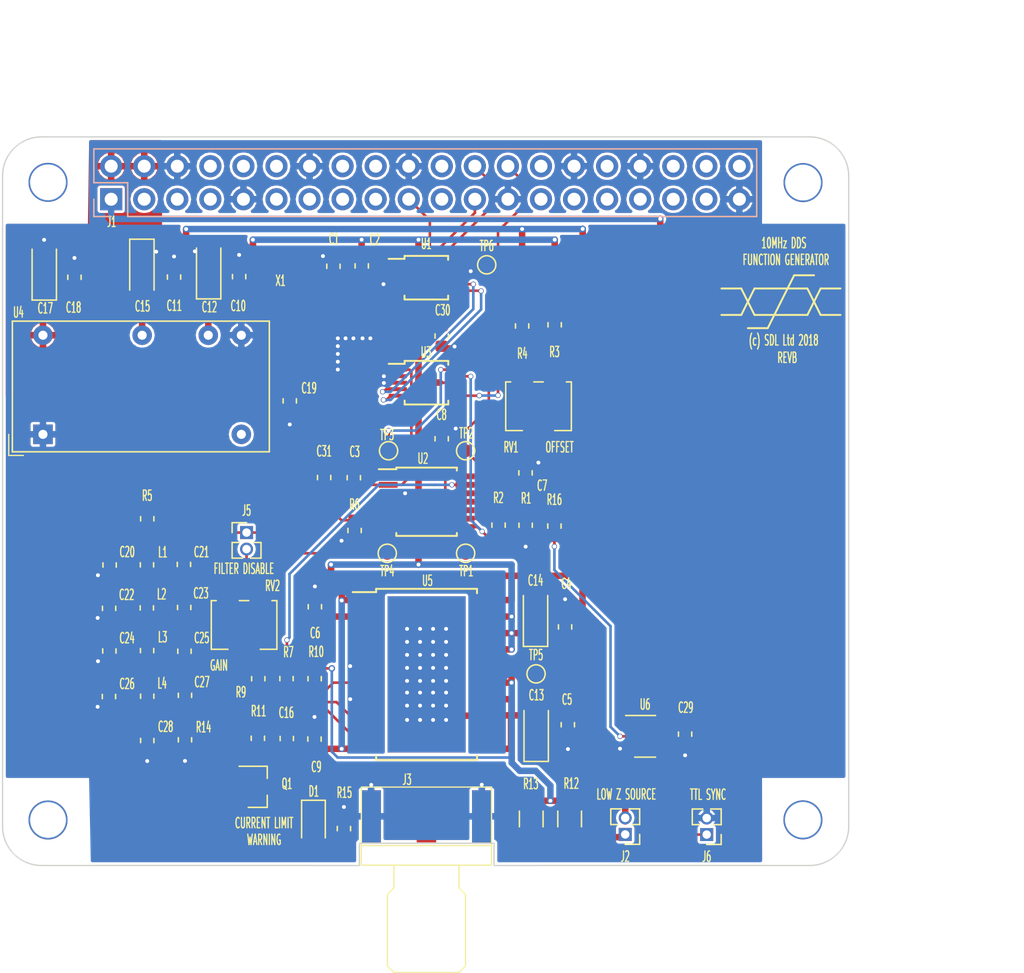
<source format=kicad_pcb>
(kicad_pcb (version 20171130) (host pcbnew 5.0.1-33cea8e~68~ubuntu18.04.1)
  (layers (0 F.Cu signal) (31 B.Cu signal) (34 B.Paste user hide) (35 F.Paste user hide) (36 B.SilkS user hide) (37 F.SilkS user) (38 B.Mask user hide) (39 F.Mask user) (44 Edge.Cuts user))
  (net 0 "")
  (net 1 GND)
  (net 2 +5V)
  (net 3 -5VA)
  (net 4 +5VA)
  (net 5 "Net-(C2-Pad2)")
  (net 6 "Net-(C1-Pad1)")
  (net 7 "Net-(C3-Pad1)")
  (net 8 "Net-(R1-Pad2)")
  (net 9 "Net-(C3-Pad2)")
  (net 10 "Net-(R4-Pad2)")
  (net 11 "Net-(R3-Pad1)")
  (net 12 "Net-(R7-Pad2)")
  (net 13 "Net-(RV1-Pad2)")
  (net 14 "Net-(C16-Pad1)")
  (net 15 "Net-(R10-Pad2)")
  (net 16 "Net-(J1-Pad23)")
  (net 17 "Net-(J1-Pad21)")
  (net 18 "Net-(J1-Pad26)")
  (net 19 "Net-(J1-Pad19)")
  (net 20 "Net-(J1-Pad7)")
  (net 21 "Net-(J1-Pad24)")
  (net 22 "Net-(U5-Pad4)")
  (net 23 "Net-(J1-Pad3)")
  (net 24 "Net-(J1-Pad5)")
  (net 25 "Net-(J1-Pad8)")
  (net 26 "Net-(J1-Pad10)")
  (net 27 "Net-(J1-Pad11)")
  (net 28 "Net-(J1-Pad12)")
  (net 29 "Net-(J1-Pad13)")
  (net 30 "Net-(J1-Pad15)")
  (net 31 "Net-(J1-Pad16)")
  (net 32 "Net-(J1-Pad17)")
  (net 33 "Net-(J1-Pad18)")
  (net 34 "Net-(J1-Pad22)")
  (net 35 "Net-(J1-Pad27)")
  (net 36 "Net-(J1-Pad28)")
  (net 37 "Net-(J1-Pad29)")
  (net 38 "Net-(J1-Pad31)")
  (net 39 "Net-(J1-Pad32)")
  (net 40 "Net-(J1-Pad33)")
  (net 41 "Net-(J1-Pad35)")
  (net 42 "Net-(J1-Pad36)")
  (net 43 "Net-(J1-Pad37)")
  (net 44 "Net-(J1-Pad38)")
  (net 45 "Net-(J1-Pad40)")
  (net 46 /Vout1)
  (net 47 /Vout2)
  (net 48 "Net-(U5-Pad3)")
  (net 49 "Net-(U5-Pad12)")
  (net 50 "Net-(R9-Pad2)")
  (net 51 "Net-(TP6-Pad1)")
  (net 52 "Net-(C27-Pad1)")
  (net 53 "Net-(J5-Pad1)")
  (net 54 "Net-(C20-Pad1)")
  (net 55 "Net-(C21-Pad1)")
  (net 56 "Net-(C23-Pad1)")
  (net 57 "Net-(C25-Pad1)")
  (net 58 "Net-(Q1-Pad1)")
  (net 59 "Net-(D1-Pad1)")
  (net 60 "Net-(D1-Pad2)")
  (net 61 "Net-(U3-Pad7)")
  (net 62 "Net-(R16-Pad2)")
  (net 63 "Net-(R16-Pad1)")
  (net 64 +3V3)
  (net 65 /TTL_SYNC)
  (net 66 "Net-(C31-Pad1)")
  (net 67 "Net-(U4-Pad7)")
  (net 68 "Net-(U1-Pad5)")
  (module project_footprints:HSOP-20_PowerPAD (layer F.Cu) (at 111.12 102.13)
    (fp_text reference U5 (at 0.07 -7.2) (layer F.SilkS) (effects (font (size 0.8 0.4) (thickness 0.1))))
    (fp_text value OPA564AIDWP)
    (pad 21 thru_hole circle (at 0.5 3.5) (size 0.5 0.5) (drill 0.3) (layers *.Cu *.Mask) (net 3 -5VA))
    (pad 21 thru_hole circle (at 1.5 3.5) (size 0.5 0.5) (drill 0.3) (layers *.Cu *.Mask) (net 3 -5VA))
    (pad 21 thru_hole circle (at -1.5 3.5) (size 0.5 0.5) (drill 0.3) (layers *.Cu *.Mask) (net 3 -5VA))
    (pad 21 thru_hole circle (at -0.5 3.5) (size 0.5 0.5) (drill 0.3) (layers *.Cu *.Mask) (net 3 -5VA))
    (pad 21 thru_hole circle (at -0.5 -3.5) (size 0.5 0.5) (drill 0.3) (layers *.Cu *.Mask) (net 3 -5VA))
    (pad 21 thru_hole circle (at -1.5 -3.5) (size 0.5 0.5) (drill 0.3) (layers *.Cu *.Mask) (net 3 -5VA))
    (pad 21 thru_hole circle (at 0.5 -3.5) (size 0.5 0.5) (drill 0.3) (layers *.Cu *.Mask) (net 3 -5VA))
    (pad 21 thru_hole circle (at 1.5 -3.5) (size 0.5 0.5) (drill 0.3) (layers *.Cu *.Mask) (net 3 -5VA))
    (pad 21 thru_hole circle (at 0.5 -2.5) (size 0.5 0.5) (drill 0.3) (layers *.Cu *.Mask) (net 3 -5VA))
    (pad 21 thru_hole circle (at -0.5 -2.5) (size 0.5 0.5) (drill 0.3) (layers *.Cu *.Mask) (net 3 -5VA))
    (pad 21 thru_hole circle (at -1.5 -1.5) (size 0.5 0.5) (drill 0.3) (layers *.Cu *.Mask) (net 3 -5VA))
    (pad 21 thru_hole circle (at 1.5 -2.5) (size 0.5 0.5) (drill 0.3) (layers *.Cu *.Mask) (net 3 -5VA))
    (pad 21 thru_hole circle (at -0.5 -1.5) (size 0.5 0.5) (drill 0.3) (layers *.Cu *.Mask) (net 3 -5VA))
    (pad 21 thru_hole circle (at -1.5 -2.5) (size 0.5 0.5) (drill 0.3) (layers *.Cu *.Mask) (net 3 -5VA))
    (pad 21 thru_hole circle (at 1.5 -1.5) (size 0.5 0.5) (drill 0.3) (layers *.Cu *.Mask) (net 3 -5VA))
    (pad 21 thru_hole circle (at 0.5 -1.5) (size 0.5 0.5) (drill 0.3) (layers *.Cu *.Mask) (net 3 -5VA))
    (pad 21 thru_hole circle (at 1.5 1.4) (size 0.5 0.5) (drill 0.3) (layers *.Cu *.Mask) (net 3 -5VA))
    (pad 21 thru_hole circle (at 1.5 0.5) (size 0.5 0.5) (drill 0.3) (layers *.Cu *.Mask) (net 3 -5VA))
    (pad 21 thru_hole circle (at 1.5 2.4) (size 0.5 0.5) (drill 0.3) (layers *.Cu *.Mask) (net 3 -5VA))
    (pad 21 thru_hole circle (at 1.5 -0.5) (size 0.5 0.5) (drill 0.3) (layers *.Cu *.Mask) (net 3 -5VA))
    (pad 21 thru_hole circle (at -1.5 -0.5) (size 0.5 0.5) (drill 0.3) (layers *.Cu *.Mask) (net 3 -5VA))
    (pad 21 thru_hole circle (at -1.5 1.4) (size 0.5 0.5) (drill 0.3) (layers *.Cu *.Mask) (net 3 -5VA))
    (pad 21 thru_hole circle (at -1.5 2.4) (size 0.5 0.5) (drill 0.3) (layers *.Cu *.Mask) (net 3 -5VA))
    (pad 21 thru_hole circle (at -1.5 0.5) (size 0.5 0.5) (drill 0.3) (layers *.Cu *.Mask) (net 3 -5VA))
    (pad 21 thru_hole circle (at 0.5 1.4) (size 0.5 0.5) (drill 0.3) (layers *.Cu *.Mask) (net 3 -5VA))
    (pad 21 thru_hole circle (at -0.5 1.4) (size 0.5 0.5) (drill 0.3) (layers *.Cu *.Mask) (net 3 -5VA))
    (pad 21 thru_hole circle (at -0.5 2.4) (size 0.5 0.5) (drill 0.3) (layers *.Cu *.Mask) (net 3 -5VA))
    (pad 21 thru_hole circle (at 0.5 2.4) (size 0.5 0.5) (drill 0.3) (layers *.Cu *.Mask) (net 3 -5VA))
    (pad 21 thru_hole circle (at 0.5 0.5) (size 0.5 0.5) (drill 0.3) (layers *.Cu *.Mask) (net 3 -5VA))
    (pad 21 thru_hole circle (at -0.5 0.5) (size 0.5 0.5) (drill 0.3) (layers *.Cu *.Mask) (net 3 -5VA))
    (pad 21 thru_hole circle (at 0.5 -0.5) (size 0.5 0.5) (drill 0.3) (layers *.Cu *.Mask) (net 3 -5VA))
    (pad 21 smd rect (at 0 0) (size 6 12) (layers B.Cu F.Paste F.Mask) (net 3 -5VA))
    (pad 21 smd rect (at 0 0) (size 6 12) (layers F.Cu F.Paste F.Mask) (net 3 -5VA))
    (pad 21 thru_hole circle (at -0.5 -0.5) (size 0.5 0.5) (drill 0.3) (layers *.Cu *.Mask) (net 3 -5VA))
    (pad 20 smd rect (at 4.7 -5.715) (size 1.95 0.6) (layers F.Cu F.Paste F.Mask) (net 3 -5VA))
    (pad 19 smd rect (at 4.7 -4.445) (size 1.95 0.6) (layers F.Cu F.Paste F.Mask) (net 4 +5VA))
    (pad 18 smd rect (at 4.7 -3.175) (size 1.95 0.6) (layers F.Cu F.Paste F.Mask) (net 4 +5VA))
    (pad 17 smd rect (at 4.7 -1.905) (size 1.95 0.6) (layers F.Cu F.Paste F.Mask) (net 4 +5VA))
    (pad 16 smd rect (at 4.7 -0.635) (size 1.95 0.6) (layers F.Cu F.Paste F.Mask) (net 46 /Vout1))
    (pad 15 smd rect (at 4.7 0.635) (size 1.95 0.6) (layers F.Cu F.Paste F.Mask) (net 46 /Vout1))
    (pad 14 smd rect (at 4.7 1.905) (size 1.95 0.6) (layers F.Cu F.Paste F.Mask) (net 3 -5VA))
    (pad 13 smd rect (at 4.7 3.175) (size 1.95 0.6) (layers F.Cu F.Paste F.Mask) (net 3 -5VA))
    (pad 12 smd rect (at 4.7 4.445) (size 1.95 0.6) (layers F.Cu F.Paste F.Mask) (net 49 "Net-(U5-Pad12)"))
    (pad 11 smd rect (at 4.7 5.715) (size 1.95 0.6) (layers F.Cu F.Paste F.Mask) (net 3 -5VA))
    (pad 10 smd rect (at -4.7 5.715) (size 1.95 0.6) (layers F.Cu F.Paste F.Mask) (net 3 -5VA))
    (pad 9 smd rect (at -4.7 4.445) (size 1.95 0.6) (layers F.Cu F.Paste F.Mask) (net 14 "Net-(C16-Pad1)"))
    (pad 8 smd rect (at -4.7 3.175) (size 1.95 0.6) (layers F.Cu F.Paste F.Mask) (net 58 "Net-(Q1-Pad1)"))
    (pad 7 smd rect (at -4.7 1.905) (size 1.95 0.6) (layers F.Cu F.Paste F.Mask) (net 1 GND))
    (pad 6 smd rect (at -4.7 0.635) (size 1.95 0.6) (layers F.Cu F.Paste F.Mask) (net 15 "Net-(R10-Pad2)"))
    (pad 5 smd rect (at -4.7 -0.635) (size 1.95 0.6) (layers F.Cu F.Paste F.Mask) (net 1 GND))
    (pad 4 smd rect (at -4.7 -1.905) (size 1.95 0.6) (layers F.Cu F.Paste F.Mask) (net 22 "Net-(U5-Pad4)"))
    (pad 3 smd rect (at -4.7 -3.175) (size 1.95 0.6) (layers F.Cu F.Paste F.Mask) (net 48 "Net-(U5-Pad3)"))
    (pad 2 smd rect (at -4.7 -4.445) (size 1.95 0.6) (layers F.Cu F.Paste F.Mask) (net 4 +5VA))
    (pad 1 smd rect (at -4.7 -5.715) (size 1.95 0.6) (layers F.Cu F.Paste F.Mask) (net 3 -5VA))
  )
  (module Connector_PinHeader_1.27mm:PinHeader_1x02_P1.27mm_Vertical (layer F.Cu) (at 126.38 114.43 180)
    (fp_text reference J2 (at 0 -1.695 180) (layer F.SilkS) (effects (font (size 0.8 0.4) (thickness 0.1))))
    (fp_text value Conn_01x02)
    (pad 1 thru_hole rect (at 0 0 180) (size 1 1) (drill 0.65) (layers *.Cu *.Mask) (net 47 /Vout2))
    (pad 2 thru_hole oval (at 0 1.27 180) (size 1 1) (drill 0.65) (layers *.Cu *.Mask) (net 46 /Vout1))
  )
  (module Connector_PinHeader_1.27mm:PinHeader_1x02_P1.27mm_Vertical (layer F.Cu) (at 97.29 91.23)
    (fp_text reference J5 (at 0 -1.695) (layer F.SilkS) (effects (font (size 0.8 0.4) (thickness 0.1))))
    (fp_text value Conn_01x02)
    (pad 2 thru_hole oval (at 0 1.27) (size 1 1) (drill 0.65) (layers *.Cu *.Mask) (net 52 "Net-(C27-Pad1)"))
    (pad 1 thru_hole rect (at 0 0) (size 1 1) (drill 0.65) (layers *.Cu *.Mask) (net 53 "Net-(J5-Pad1)"))
  )
  (module Connector_PinHeader_1.27mm:PinHeader_1x02_P1.27mm_Vertical (layer F.Cu) (at 132.64 114.44 180)
    (fp_text reference J6 (at 0 -1.695 180) (layer F.SilkS) (effects (font (size 0.8 0.4) (thickness 0.1))))
    (fp_text value Conn_01x02)
    (pad 1 thru_hole rect (at 0 0 180) (size 1 1) (drill 0.65) (layers *.Cu *.Mask) (net 65 /TTL_SYNC))
    (pad 2 thru_hole oval (at 0 1.27 180) (size 1 1) (drill 0.65) (layers *.Cu *.Mask) (net 1 GND))
  )
  (module Converter_DCDC:Converter_DCDC_muRata_NMAxxxxDC_THT (layer F.Cu) (at 81.65 83.68 90)
    (fp_text reference U4 (at 9.37 -1.88 180) (layer F.SilkS) (effects (font (size 0.8 0.4) (thickness 0.1))))
    (fp_text value NMA0505DC)
    (pad 14 thru_hole oval (at 7.62 0 90) (size 1.5 1.5) (drill 0.7) (layers *.Cu *.Mask) (net 2 +5V))
    (pad 7 thru_hole oval (at 0 15.24 90) (size 1.5 1.5) (drill 0.7) (layers *.Cu *.Mask) (net 67 "Net-(U4-Pad7)"))
    (pad 11 thru_hole oval (at 7.62 7.62 90) (size 1.5 1.5) (drill 0.7) (layers *.Cu *.Mask) (net 3 -5VA))
    (pad 9 thru_hole oval (at 7.62 12.7 90) (size 1.5 1.5) (drill 0.7) (layers *.Cu *.Mask) (net 4 +5VA))
    (pad 8 thru_hole oval (at 7.62 15.24 90) (size 1.5 1.5) (drill 0.7) (layers *.Cu *.Mask) (net 1 GND))
    (pad 1 thru_hole rect (at 0 0 90) (size 1.5 1.5) (drill 0.7) (layers *.Cu *.Mask) (net 1 GND))
  )
  (module Capacitor_SMD:C_0603_1608Metric (layer F.Cu) (at 103.25 87 90)
    (fp_text reference C31 (at 2.02 0 180) (layer F.SilkS) (effects (font (size 0.8 0.4) (thickness 0.1))))
    (fp_text value 100n)
    (pad 1 smd roundrect (at -0.7875 0 90) (size 0.875 0.95) (layers F.Cu F.Paste F.Mask) (net 66 "Net-(C31-Pad1)"))
    (pad 2 smd roundrect (at 0.7875 0 90) (size 0.875 0.95) (layers F.Cu F.Paste F.Mask) (net 7 "Net-(C3-Pad1)"))
  )
  (module project_footprints:SMA_EdgeMount (layer F.Cu) (at 111.11 112.54 270)
    (fp_text reference J3 (at -2.32 1.49) (layer F.SilkS) (effects (font (size 0.8 0.4) (thickness 0.1))))
    (fp_text value "Cinch 142-0701-801")
    (pad 2 smd rect (at 0.5 4.25) (size 1.5 4) (layers B.Cu B.Paste B.Mask) (net 1 GND))
    (pad 2 smd rect (at 0.5 -4.25) (size 1.5 4) (layers F.Cu F.Paste F.Mask) (net 1 GND))
    (pad 2 smd rect (at 0.5 -4.25) (size 1.5 4) (layers B.Cu B.Paste B.Mask) (net 1 GND))
    (pad 1 smd rect (at 0.5 0) (size 1.5 4) (layers F.Cu F.Paste F.Mask) (net 47 /Vout2))
    (pad 2 smd rect (at 0.5 4.25) (size 1.5 4) (layers F.Cu F.Paste F.Mask) (net 1 GND))
  )
  (module Capacitor_SMD:C_0603_1608Metric (layer F.Cu) (at 112.28 76.12 270)
    (fp_text reference C30 (at -1.98 -0.08) (layer F.SilkS) (effects (font (size 0.8 0.4) (thickness 0.1))))
    (fp_text value 100n)
    (pad 1 smd roundrect (at -0.7875 0 270) (size 0.875 0.95) (layers F.Cu F.Paste F.Mask) (net 4 +5VA))
    (pad 2 smd roundrect (at 0.7875 0 270) (size 0.875 0.95) (layers F.Cu F.Paste F.Mask) (net 1 GND))
  )
  (module Resistor_SMD:R_0603_1608Metric (layer F.Cu) (at 120.94 90.73 90)
    (fp_text reference R16 (at 2.03 0 180) (layer F.SilkS) (effects (font (size 0.8 0.4) (thickness 0.1))))
    (fp_text value 1K)
    (pad 1 smd roundrect (at -0.7875 0 90) (size 0.875 0.95) (layers F.Cu F.Paste F.Mask) (net 63 "Net-(R16-Pad1)"))
    (pad 2 smd roundrect (at 0.7875 0 90) (size 0.875 0.95) (layers F.Cu F.Paste F.Mask) (net 62 "Net-(R16-Pad2)"))
  )
  (module Package_SO:TSOP-5_1.65x3.05mm_P0.95mm (layer F.Cu) (at 127.91 106.89)
    (fp_text reference U6 (at 0 -2.45) (layer F.SilkS) (effects (font (size 0.8 0.4) (thickness 0.1))))
    (fp_text value 74AHC1G04GW5-7)
    (pad 1 smd rect (at -1.16 -0.95) (size 0.7 0.51) (layers F.Cu F.Paste F.Mask))
    (pad 2 smd rect (at -1.16 0) (size 0.7 0.51) (layers F.Cu F.Paste F.Mask) (net 63 "Net-(R16-Pad1)"))
    (pad 3 smd rect (at -1.16 0.95) (size 0.7 0.51) (layers F.Cu F.Paste F.Mask) (net 1 GND))
    (pad 4 smd rect (at 1.16 0.95) (size 0.7 0.51) (layers F.Cu F.Paste F.Mask) (net 65 /TTL_SYNC))
    (pad 5 smd rect (at 1.16 -0.95) (size 0.7 0.51) (layers F.Cu F.Paste F.Mask) (net 64 +3V3))
  )
  (module Capacitor_SMD:C_0603_1608Metric (layer F.Cu) (at 130.98 106.72 270)
    (fp_text reference C29 (at -2.04 -0.05) (layer F.SilkS) (effects (font (size 0.8 0.4) (thickness 0.1))))
    (fp_text value 100n)
    (pad 1 smd roundrect (at -0.7875 0 270) (size 0.875 0.95) (layers F.Cu F.Paste F.Mask) (net 64 +3V3))
    (pad 2 smd roundrect (at 0.7875 0 270) (size 0.875 0.95) (layers F.Cu F.Paste F.Mask) (net 1 GND))
  )
  (module project_footprints:LED_LH_R974 (layer F.Cu) (at 102.43 113.69 270)
    (fp_text reference D1 (at -2.57 -0.03) (layer F.SilkS) (effects (font (size 0.8 0.4) (thickness 0.1))))
    (fp_text value "LH R974")
    (pad 1 smd roundrect (at -1.0625 0 270) (size 1.2 1.2) (layers F.Cu F.Paste F.Mask) (roundrect_rratio 0.192) (net 59 "Net-(D1-Pad1)"))
    (pad 2 smd roundrect (at 1.0625 0 270) (size 1.2 1.2) (layers F.Cu F.Paste F.Mask) (roundrect_rratio 0.192) (net 60 "Net-(D1-Pad2)"))
  )
  (module Package_TO_SOT_SMD:SOT-23 (layer F.Cu) (at 98.12 110.77)
    (fp_text reference Q1 (at 2.28 -0.23 -180) (layer F.SilkS) (effects (font (size 0.8 0.4) (thickness 0.1))))
    (fp_text value BST82)
    (pad 1 smd rect (at -1 -0.95) (size 0.9 0.8) (layers F.Cu F.Paste F.Mask) (net 58 "Net-(Q1-Pad1)"))
    (pad 2 smd rect (at -1 0.95) (size 0.9 0.8) (layers F.Cu F.Paste F.Mask) (net 3 -5VA))
    (pad 3 smd rect (at 1 0) (size 0.9 0.8) (layers F.Cu F.Paste F.Mask) (net 59 "Net-(D1-Pad1)"))
  )
  (module Resistor_SMD:R_0603_1608Metric (layer F.Cu) (at 104.77 113.98 90)
    (fp_text reference R15 (at 2.76 0.04 180) (layer F.SilkS) (effects (font (size 0.8 0.4) (thickness 0.1))))
    (fp_text value 330R)
    (pad 1 smd roundrect (at -0.7875 0 90) (size 0.875 0.95) (layers F.Cu F.Paste F.Mask) (net 60 "Net-(D1-Pad2)"))
    (pad 2 smd roundrect (at 0.7875 0 90) (size 0.875 0.95) (layers F.Cu F.Paste F.Mask) (net 1 GND))
  )
  (module Capacitor_SMD:C_0603_1608Metric (layer F.Cu) (at 89.662 107.2135 270)
    (fp_text reference C28 (at -1.06 -1.41) (layer F.SilkS) (effects (font (size 0.8 0.4) (thickness 0.1))))
    (fp_text value 56p)
    (pad 1 smd roundrect (at -0.7875 0 270) (size 0.875 0.95) (layers F.Cu F.Paste F.Mask) (net 52 "Net-(C27-Pad1)"))
    (pad 2 smd roundrect (at 0.7875 0 270) (size 0.875 0.95) (layers F.Cu F.Paste F.Mask) (net 1 GND))
  )
  (module Capacitor_SMD:C_0603_1608Metric (layer F.Cu) (at 92.56 103.74 90)
    (fp_text reference C27 (at 1.02 1.31 180) (layer F.SilkS) (effects (font (size 0.8 0.4) (thickness 0.1))))
    (fp_text value 120p)
    (pad 2 smd roundrect (at 0.7875 0 90) (size 0.875 0.95) (layers F.Cu F.Paste F.Mask) (net 57 "Net-(C25-Pad1)"))
    (pad 1 smd roundrect (at -0.7875 0 90) (size 0.875 0.95) (layers F.Cu F.Paste F.Mask) (net 52 "Net-(C27-Pad1)"))
  )
  (module Capacitor_SMD:C_0603_1608Metric (layer F.Cu) (at 86.72 103.83 270)
    (fp_text reference C26 (at -0.97 -1.39) (layer F.SilkS) (effects (font (size 0.8 0.4) (thickness 0.1))))
    (fp_text value 75p)
    (pad 1 smd roundrect (at -0.7875 0 270) (size 0.875 0.95) (layers F.Cu F.Paste F.Mask) (net 57 "Net-(C25-Pad1)"))
    (pad 2 smd roundrect (at 0.7875 0 270) (size 0.875 0.95) (layers F.Cu F.Paste F.Mask) (net 1 GND))
  )
  (module Capacitor_SMD:C_0603_1608Metric (layer F.Cu) (at 92.52 100.35 90)
    (fp_text reference C25 (at 1.02 1.33 180) (layer F.SilkS) (effects (font (size 0.8 0.4) (thickness 0.1))))
    (fp_text value 300p)
    (pad 2 smd roundrect (at 0.7875 0 90) (size 0.875 0.95) (layers F.Cu F.Paste F.Mask) (net 56 "Net-(C23-Pad1)"))
    (pad 1 smd roundrect (at -0.7875 0 90) (size 0.875 0.95) (layers F.Cu F.Paste F.Mask) (net 57 "Net-(C25-Pad1)"))
  )
  (module Capacitor_SMD:C_0603_1608Metric (layer F.Cu) (at 86.75 100.33 270)
    (fp_text reference C24 (at -0.9875 -1.36) (layer F.SilkS) (effects (font (size 0.8 0.4) (thickness 0.1))))
    (fp_text value 75p)
    (pad 1 smd roundrect (at -0.7875 0 270) (size 0.875 0.95) (layers F.Cu F.Paste F.Mask) (net 56 "Net-(C23-Pad1)"))
    (pad 2 smd roundrect (at 0.7875 0 270) (size 0.875 0.95) (layers F.Cu F.Paste F.Mask) (net 1 GND))
  )
  (module Capacitor_SMD:C_0603_1608Metric (layer F.Cu) (at 92.5 96.9875 90)
    (fp_text reference C23 (at 1.0875 1.29 180) (layer F.SilkS) (effects (font (size 0.8 0.4) (thickness 0.1))))
    (fp_text value 200p)
    (pad 2 smd roundrect (at 0.7875 0 90) (size 0.875 0.95) (layers F.Cu F.Paste F.Mask) (net 55 "Net-(C21-Pad1)"))
    (pad 1 smd roundrect (at -0.7875 0 90) (size 0.875 0.95) (layers F.Cu F.Paste F.Mask) (net 56 "Net-(C23-Pad1)"))
  )
  (module Capacitor_SMD:C_0603_1608Metric (layer F.Cu) (at 86.73 97.0535 270)
    (fp_text reference C22 (at -1.04 -1.35) (layer F.SilkS) (effects (font (size 0.8 0.4) (thickness 0.1))))
    (fp_text value 75p)
    (pad 1 smd roundrect (at -0.7875 0 270) (size 0.875 0.95) (layers F.Cu F.Paste F.Mask) (net 55 "Net-(C21-Pad1)"))
    (pad 2 smd roundrect (at 0.7875 0 270) (size 0.875 0.95) (layers F.Cu F.Paste F.Mask) (net 1 GND))
  )
  (module Capacitor_SMD:C_0603_1608Metric (layer F.Cu) (at 92.48 93.6775 90)
    (fp_text reference C21 (at 0.95 1.35 180) (layer F.SilkS) (effects (font (size 0.8 0.4) (thickness 0.1))))
    (fp_text value 27p)
    (pad 2 smd roundrect (at 0.7875 0 90) (size 0.875 0.95) (layers F.Cu F.Paste F.Mask) (net 54 "Net-(C20-Pad1)"))
    (pad 1 smd roundrect (at -0.7875 0 90) (size 0.875 0.95) (layers F.Cu F.Paste F.Mask) (net 55 "Net-(C21-Pad1)"))
  )
  (module Capacitor_SMD:C_0603_1608Metric (layer F.Cu) (at 86.77 93.72 270)
    (fp_text reference C20 (at -1 -1.35) (layer F.SilkS) (effects (font (size 0.8 0.4) (thickness 0.1))))
    (fp_text value 100p)
    (pad 1 smd roundrect (at -0.7875 0 270) (size 0.875 0.95) (layers F.Cu F.Paste F.Mask) (net 54 "Net-(C20-Pad1)"))
    (pad 2 smd roundrect (at 0.7875 0 270) (size 0.875 0.95) (layers F.Cu F.Paste F.Mask) (net 1 GND))
  )
  (module Inductor_SMD:L_0603_1608Metric (layer F.Cu) (at 89.65 100.3 270)
    (fp_text reference L3 (at -1.03 -1.2) (layer F.SilkS) (effects (font (size 0.8 0.4) (thickness 0.1))))
    (fp_text value 91n)
    (pad 2 smd roundrect (at 0.7875 0 270) (size 0.875 0.95) (layers F.Cu F.Paste F.Mask) (net 57 "Net-(C25-Pad1)"))
    (pad 1 smd roundrect (at -0.7875 0 270) (size 0.875 0.95) (layers F.Cu F.Paste F.Mask) (net 56 "Net-(C23-Pad1)"))
  )
  (module Inductor_SMD:L_0603_1608Metric (layer F.Cu) (at 89.64 93.7075 270)
    (fp_text reference L1 (at -0.9675 -1.22) (layer F.SilkS) (effects (font (size 0.8 0.4) (thickness 0.1))))
    (fp_text value 300n)
    (pad 1 smd roundrect (at -0.7875 0 270) (size 0.875 0.95) (layers F.Cu F.Paste F.Mask) (net 54 "Net-(C20-Pad1)"))
    (pad 2 smd roundrect (at 0.7875 0 270) (size 0.875 0.95) (layers F.Cu F.Paste F.Mask) (net 55 "Net-(C21-Pad1)"))
  )
  (module Inductor_SMD:L_0603_1608Metric (layer F.Cu) (at 89.66 103.8075 270)
    (fp_text reference L4 (at -0.99 -1.15) (layer F.SilkS) (effects (font (size 0.8 0.4) (thickness 0.1))))
    (fp_text value 180n)
    (pad 2 smd roundrect (at 0.7875 0 270) (size 0.875 0.95) (layers F.Cu F.Paste F.Mask) (net 52 "Net-(C27-Pad1)"))
    (pad 1 smd roundrect (at -0.7875 0 270) (size 0.875 0.95) (layers F.Cu F.Paste F.Mask) (net 57 "Net-(C25-Pad1)"))
  )
  (module Inductor_SMD:L_0603_1608Metric (layer F.Cu) (at 89.63 97.0175 270)
    (fp_text reference L2 (at -1.0475 -1.14) (layer F.SilkS) (effects (font (size 0.8 0.4) (thickness 0.1))))
    (fp_text value 130n)
    (pad 1 smd roundrect (at -0.7875 0 270) (size 0.875 0.95) (layers F.Cu F.Paste F.Mask) (net 55 "Net-(C21-Pad1)"))
    (pad 2 smd roundrect (at 0.7875 0 270) (size 0.875 0.95) (layers F.Cu F.Paste F.Mask) (net 56 "Net-(C23-Pad1)"))
  )
  (module Resistor_SMD:R_0603_1608Metric (layer F.Cu) (at 89.662 90.17 90)
    (fp_text reference R5 (at 1.778 0 180) (layer F.SilkS) (effects (font (size 0.8 0.4) (thickness 0.1))))
    (fp_text value 50R)
    (pad 2 smd roundrect (at 0.7875 0 90) (size 0.875 0.95) (layers F.Cu F.Paste F.Mask) (net 53 "Net-(J5-Pad1)"))
    (pad 1 smd roundrect (at -0.7875 0 90) (size 0.875 0.95) (layers F.Cu F.Paste F.Mask) (net 54 "Net-(C20-Pad1)"))
  )
  (module Resistor_SMD:R_0603_1608Metric (layer F.Cu) (at 92.56 107.1575 90)
    (fp_text reference R14 (at 0.97 1.43 180) (layer F.SilkS) (effects (font (size 0.8 0.4) (thickness 0.1))))
    (fp_text value 50R)
    (pad 1 smd roundrect (at -0.7875 0 90) (size 0.875 0.95) (layers F.Cu F.Paste F.Mask) (net 1 GND))
    (pad 2 smd roundrect (at 0.7875 0 90) (size 0.875 0.95) (layers F.Cu F.Paste F.Mask) (net 52 "Net-(C27-Pad1)"))
  )
  (module Capacitor_Tantalum_SMD:CP_EIA-3216-10_Kemet-I (layer F.Cu) (at 119.49 97.67 90)
    (fp_text reference C14 (at 2.76 0 180) (layer F.SilkS) (effects (font (size 0.8 0.4) (thickness 0.1))))
    (fp_text value 10u)
    (pad 1 smd roundrect (at -1.35 0 90) (size 1.4 1.35) (layers F.Cu F.Paste F.Mask) (roundrect_rratio 0.185185) (net 4 +5VA))
    (pad 2 smd roundrect (at 1.35 0 90) (size 1.4 1.35) (layers F.Cu F.Paste F.Mask) (roundrect_rratio 0.185185) (net 1 GND))
  )
  (module Capacitor_Tantalum_SMD:CP_EIA-3216-10_Kemet-I (layer F.Cu) (at 81.75 71.05 90)
    (fp_text reference C17 (at -2.94 0.08 180) (layer F.SilkS) (effects (font (size 0.8 0.4) (thickness 0.1))))
    (fp_text value 10u)
    (pad 2 smd roundrect (at 1.35 0 90) (size 1.4 1.35) (layers F.Cu F.Paste F.Mask) (roundrect_rratio 0.185185) (net 1 GND))
    (pad 1 smd roundrect (at -1.35 0 90) (size 1.4 1.35) (layers F.Cu F.Paste F.Mask) (roundrect_rratio 0.185185) (net 2 +5V))
  )
  (module Capacitor_Tantalum_SMD:CP_EIA-3216-10_Kemet-I (layer F.Cu) (at 89.25 70.99 270)
    (fp_text reference C15 (at 2.85 -0.05) (layer F.SilkS) (effects (font (size 0.8 0.4) (thickness 0.1))))
    (fp_text value 10u)
    (pad 1 smd roundrect (at -1.35 0 270) (size 1.4 1.35) (layers F.Cu F.Paste F.Mask) (roundrect_rratio 0.185185) (net 1 GND))
    (pad 2 smd roundrect (at 1.35 0 270) (size 1.4 1.35) (layers F.Cu F.Paste F.Mask) (roundrect_rratio 0.185185) (net 3 -5VA))
  )
  (module Capacitor_Tantalum_SMD:CP_EIA-3216-10_Kemet-I (layer F.Cu) (at 119.54 106.51 90)
    (fp_text reference C13 (at 2.78 0.02 180) (layer F.SilkS) (effects (font (size 0.8 0.4) (thickness 0.1))))
    (fp_text value 10u)
    (pad 2 smd roundrect (at 1.35 0 90) (size 1.4 1.35) (layers F.Cu F.Paste F.Mask) (roundrect_rratio 0.185185) (net 3 -5VA))
    (pad 1 smd roundrect (at -1.35 0 90) (size 1.4 1.35) (layers F.Cu F.Paste F.Mask) (roundrect_rratio 0.185185) (net 1 GND))
  )
  (module Capacitor_Tantalum_SMD:CP_EIA-3216-10_Kemet-I (layer F.Cu) (at 94.38 70.96 90)
    (fp_text reference C12 (at -2.94 0.06 180) (layer F.SilkS) (effects (font (size 0.8 0.4) (thickness 0.1))))
    (fp_text value 10u)
    (pad 1 smd roundrect (at -1.35 0 90) (size 1.4 1.35) (layers F.Cu F.Paste F.Mask) (roundrect_rratio 0.185185) (net 4 +5VA))
    (pad 2 smd roundrect (at 1.35 0 90) (size 1.4 1.35) (layers F.Cu F.Paste F.Mask) (roundrect_rratio 0.185185) (net 1 GND))
  )
  (module TestPoint:TestPoint_Pad_D1.0mm (layer F.Cu) (at 115.74 70.65)
    (fp_text reference TP6 (at 0 -1.448) (layer F.SilkS) (effects (font (size 0.8 0.4) (thickness 0.1))))
    (fp_text value TestPoint)
    (pad 1 smd circle (at 0 0) (size 1 1) (layers F.Cu F.Mask) (net 51 "Net-(TP6-Pad1)"))
  )
  (module project_footprints:Potentiometer_Bourns_3214W_Vertical (layer F.Cu) (at 97.1 98.33)
    (fp_text reference RV2 (at 2.19 -3.01) (layer F.SilkS) (effects (font (size 0.8 0.4) (thickness 0.1))))
    (fp_text value 200R)
    (pad 1 smd rect (at 1.25 -1.45) (size 1.3 1.6) (layers F.Cu F.Paste F.Mask) (net 50 "Net-(R9-Pad2)"))
    (pad 2 smd rect (at 0 1.45) (size 2 1.6) (layers F.Cu F.Paste F.Mask) (net 50 "Net-(R9-Pad2)"))
    (pad 3 smd rect (at -1.25 -1.45) (size 1.3 1.6) (layers F.Cu F.Paste F.Mask) (net 52 "Net-(C27-Pad1)"))
  )
  (module Capacitor_SMD:C_0603_1608Metric (layer F.Cu) (at 100.61 81.1075 270)
    (fp_text reference C19 (at -0.9775 -1.48) (layer F.SilkS) (effects (font (size 0.8 0.4) (thickness 0.1))))
    (fp_text value 100n)
    (pad 1 smd roundrect (at -0.7875 0 270) (size 0.875 0.95) (layers F.Cu F.Paste F.Mask) (net 2 +5V))
    (pad 2 smd roundrect (at 0.7875 0 270) (size 0.875 0.95) (layers F.Cu F.Paste F.Mask) (net 1 GND))
  )
  (module project_footprints:S75005-50.000-X-15 (layer F.Cu) (at 103.26 75.77)
    (fp_text reference X1 (at -3.36 -3.9 180) (layer F.SilkS) (effects (font (size 0.8 0.4) (thickness 0.1))))
    (fp_text value 40MHz)
    (pad 1 smd rect (at -2.65 2.1) (size 2 2) (layers F.Cu F.Paste F.Mask) (net 2 +5V))
    (pad 2 smd rect (at 2.65 2.1) (size 2 2) (layers F.Cu F.Paste F.Mask) (net 1 GND))
    (pad 3 smd rect (at 2.65 -2.1) (size 2 2) (layers F.Cu F.Paste F.Mask) (net 68 "Net-(U1-Pad5)"))
    (pad 4 smd rect (at -2.65 -2.1) (size 2 2) (layers F.Cu F.Paste F.Mask) (net 2 +5V))
  )
  (module project_footprints:Potentiometer_Bourns_3214W_Vertical (layer F.Cu) (at 119.72 81.52)
    (fp_text reference RV1 (at -2.11 3.15) (layer F.SilkS) (effects (font (size 0.8 0.4) (thickness 0.1))))
    (fp_text value 200R)
    (pad 1 smd rect (at 1.25 -1.45) (size 1.3 1.6) (layers F.Cu F.Paste F.Mask) (net 11 "Net-(R3-Pad1)"))
    (pad 2 smd rect (at 0 1.45) (size 2 1.6) (layers F.Cu F.Paste F.Mask) (net 13 "Net-(RV1-Pad2)"))
    (pad 3 smd rect (at -1.25 -1.45) (size 1.3 1.6) (layers F.Cu F.Paste F.Mask) (net 10 "Net-(R4-Pad2)"))
  )
  (module Capacitor_SMD:C_0603_1608Metric (layer F.Cu) (at 96.72 71.5575 90)
    (fp_text reference C10 (at -2.2525 -0.07 180) (layer F.SilkS) (effects (font (size 0.8 0.4) (thickness 0.1))))
    (fp_text value 100n)
    (pad 1 smd roundrect (at -0.7875 0 90) (size 0.875 0.95) (layers F.Cu F.Paste F.Mask) (net 4 +5VA))
    (pad 2 smd roundrect (at 0.7875 0 90) (size 0.875 0.95) (layers F.Cu F.Paste F.Mask) (net 1 GND))
  )
  (module Capacitor_SMD:C_0603_1608Metric (layer F.Cu) (at 121.76 98.48 90)
    (fp_text reference C4 (at 3.31 0.1 180) (layer F.SilkS) (effects (font (size 0.8 0.4) (thickness 0.1))))
    (fp_text value 100n)
    (pad 2 smd roundrect (at 0.7875 0 90) (size 0.875 0.95) (layers F.Cu F.Paste F.Mask) (net 1 GND))
    (pad 1 smd roundrect (at -0.7875 0 90) (size 0.875 0.95) (layers F.Cu F.Paste F.Mask) (net 4 +5VA))
  )
  (module Capacitor_SMD:C_0603_1608Metric (layer F.Cu) (at 121.97 105.9975 90)
    (fp_text reference C5 (at 1.9375 -0.06 180) (layer F.SilkS) (effects (font (size 0.8 0.4) (thickness 0.1))))
    (fp_text value 100n)
    (pad 1 smd roundrect (at -0.7875 0 90) (size 0.875 0.95) (layers F.Cu F.Paste F.Mask) (net 1 GND))
    (pad 2 smd roundrect (at 0.7875 0 90) (size 0.875 0.95) (layers F.Cu F.Paste F.Mask) (net 3 -5VA))
  )
  (module Capacitor_SMD:C_0603_1608Metric (layer F.Cu) (at 118.72 86.6425 270)
    (fp_text reference C7 (at 0.9775 -1.28) (layer F.SilkS) (effects (font (size 0.8 0.4) (thickness 0.1))))
    (fp_text value 100n)
    (pad 2 smd roundrect (at 0.7875 0 270) (size 0.875 0.95) (layers F.Cu F.Paste F.Mask) (net 3 -5VA))
    (pad 1 smd roundrect (at -0.7875 0 270) (size 0.875 0.95) (layers F.Cu F.Paste F.Mask) (net 1 GND))
  )
  (module Capacitor_SMD:C_0603_1608Metric (layer F.Cu) (at 112.28 84.02 90)
    (fp_text reference C8 (at 1.84 -0.01 180) (layer F.SilkS) (effects (font (size 0.8 0.4) (thickness 0.1))))
    (fp_text value 100n)
    (pad 1 smd roundrect (at -0.7875 0 90) (size 0.875 0.95) (layers F.Cu F.Paste F.Mask) (net 4 +5VA))
    (pad 2 smd roundrect (at 0.7875 0 90) (size 0.875 0.95) (layers F.Cu F.Paste F.Mask) (net 1 GND))
  )
  (module Capacitor_SMD:C_0603_1608Metric (layer F.Cu) (at 102.51 107.1 270)
    (fp_text reference C9 (at 2.14 -0.14) (layer F.SilkS) (effects (font (size 0.8 0.4) (thickness 0.1))))
    (fp_text value 100n)
    (pad 2 smd roundrect (at 0.7875 0 270) (size 0.875 0.95) (layers F.Cu F.Paste F.Mask) (net 3 -5VA))
    (pad 1 smd roundrect (at -0.7875 0 270) (size 0.875 0.95) (layers F.Cu F.Paste F.Mask) (net 1 GND))
  )
  (module Capacitor_SMD:C_0603_1608Metric (layer F.Cu) (at 91.72 71.5925 270)
    (fp_text reference C11 (at 2.1975 -0.02) (layer F.SilkS) (effects (font (size 0.8 0.4) (thickness 0.1))))
    (fp_text value 100n)
    (pad 1 smd roundrect (at -0.7875 0 270) (size 0.875 0.95) (layers F.Cu F.Paste F.Mask) (net 1 GND))
    (pad 2 smd roundrect (at 0.7875 0 270) (size 0.875 0.95) (layers F.Cu F.Paste F.Mask) (net 3 -5VA))
  )
  (module Capacitor_SMD:C_0603_1608Metric (layer F.Cu) (at 100.38 107.0575 270)
    (fp_text reference C16 (at -1.98 0.03) (layer F.SilkS) (effects (font (size 0.8 0.4) (thickness 0.1))))
    (fp_text value 1n)
    (pad 2 smd roundrect (at 0.7875 0 270) (size 0.875 0.95) (layers F.Cu F.Paste F.Mask) (net 3 -5VA))
    (pad 1 smd roundrect (at -0.7875 0 270) (size 0.875 0.95) (layers F.Cu F.Paste F.Mask) (net 14 "Net-(C16-Pad1)"))
  )
  (module Capacitor_SMD:C_0603_1608Metric (layer F.Cu) (at 84.07 71.6075 90)
    (fp_text reference C18 (at -2.3225 -0.07 180) (layer F.SilkS) (effects (font (size 0.8 0.4) (thickness 0.1))))
    (fp_text value 100n)
    (pad 1 smd roundrect (at -0.7875 0 90) (size 0.875 0.95) (layers F.Cu F.Paste F.Mask) (net 2 +5V))
    (pad 2 smd roundrect (at 0.7875 0 90) (size 0.875 0.95) (layers F.Cu F.Paste F.Mask) (net 1 GND))
  )
  (module Connector_PinSocket_2.54mm:PinSocket_2x20_P2.54mm_Vertical (layer B.Cu) (at 86.89 65.61 270)
    (fp_text reference J1 (at 1.73 -0.04) (layer F.SilkS) (effects (font (size 0.8 0.4) (thickness 0.1))))
    (fp_text value RPi)
    (pad 1 thru_hole rect (at 0 0 270) (size 1.7 1.7) (drill 1) (layers *.Cu *.Mask) (net 64 +3V3))
    (pad 2 thru_hole oval (at -2.54 0 270) (size 1.7 1.7) (drill 1) (layers *.Cu *.Mask) (net 2 +5V))
    (pad 3 thru_hole oval (at 0 -2.54 270) (size 1.7 1.7) (drill 1) (layers *.Cu *.Mask) (net 23 "Net-(J1-Pad3)"))
    (pad 4 thru_hole oval (at -2.54 -2.54 270) (size 1.7 1.7) (drill 1) (layers *.Cu *.Mask) (net 2 +5V))
    (pad 5 thru_hole oval (at 0 -5.08 270) (size 1.7 1.7) (drill 1) (layers *.Cu *.Mask) (net 24 "Net-(J1-Pad5)"))
    (pad 6 thru_hole oval (at -2.54 -5.08 270) (size 1.7 1.7) (drill 1) (layers *.Cu *.Mask) (net 1 GND))
    (pad 7 thru_hole oval (at 0 -7.62 270) (size 1.7 1.7) (drill 1) (layers *.Cu *.Mask) (net 20 "Net-(J1-Pad7)"))
    (pad 8 thru_hole oval (at -2.54 -7.62 270) (size 1.7 1.7) (drill 1) (layers *.Cu *.Mask) (net 25 "Net-(J1-Pad8)"))
    (pad 9 thru_hole oval (at 0 -10.16 270) (size 1.7 1.7) (drill 1) (layers *.Cu *.Mask) (net 1 GND))
    (pad 10 thru_hole oval (at -2.54 -10.16 270) (size 1.7 1.7) (drill 1) (layers *.Cu *.Mask) (net 26 "Net-(J1-Pad10)"))
    (pad 11 thru_hole oval (at 0 -12.7 270) (size 1.7 1.7) (drill 1) (layers *.Cu *.Mask) (net 27 "Net-(J1-Pad11)"))
    (pad 12 thru_hole oval (at -2.54 -12.7 270) (size 1.7 1.7) (drill 1) (layers *.Cu *.Mask) (net 28 "Net-(J1-Pad12)"))
    (pad 13 thru_hole oval (at 0 -15.24 270) (size 1.7 1.7) (drill 1) (layers *.Cu *.Mask) (net 29 "Net-(J1-Pad13)"))
    (pad 14 thru_hole oval (at -2.54 -15.24 270) (size 1.7 1.7) (drill 1) (layers *.Cu *.Mask) (net 1 GND))
    (pad 15 thru_hole oval (at 0 -17.78 270) (size 1.7 1.7) (drill 1) (layers *.Cu *.Mask) (net 30 "Net-(J1-Pad15)"))
    (pad 16 thru_hole oval (at -2.54 -17.78 270) (size 1.7 1.7) (drill 1) (layers *.Cu *.Mask) (net 31 "Net-(J1-Pad16)"))
    (pad 17 thru_hole oval (at 0 -20.32 270) (size 1.7 1.7) (drill 1) (layers *.Cu *.Mask) (net 32 "Net-(J1-Pad17)"))
    (pad 18 thru_hole oval (at -2.54 -20.32 270) (size 1.7 1.7) (drill 1) (layers *.Cu *.Mask) (net 33 "Net-(J1-Pad18)"))
    (pad 19 thru_hole oval (at 0 -22.86 270) (size 1.7 1.7) (drill 1) (layers *.Cu *.Mask) (net 19 "Net-(J1-Pad19)"))
    (pad 20 thru_hole oval (at -2.54 -22.86 270) (size 1.7 1.7) (drill 1) (layers *.Cu *.Mask) (net 1 GND))
    (pad 21 thru_hole oval (at 0 -25.4 270) (size 1.7 1.7) (drill 1) (layers *.Cu *.Mask) (net 17 "Net-(J1-Pad21)"))
    (pad 22 thru_hole oval (at -2.54 -25.4 270) (size 1.7 1.7) (drill 1) (layers *.Cu *.Mask) (net 34 "Net-(J1-Pad22)"))
    (pad 23 thru_hole oval (at 0 -27.94 270) (size 1.7 1.7) (drill 1) (layers *.Cu *.Mask) (net 16 "Net-(J1-Pad23)"))
    (pad 24 thru_hole oval (at -2.54 -27.94 270) (size 1.7 1.7) (drill 1) (layers *.Cu *.Mask) (net 21 "Net-(J1-Pad24)"))
    (pad 25 thru_hole oval (at 0 -30.48 270) (size 1.7 1.7) (drill 1) (layers *.Cu *.Mask) (net 1 GND))
    (pad 26 thru_hole oval (at -2.54 -30.48 270) (size 1.7 1.7) (drill 1) (layers *.Cu *.Mask) (net 18 "Net-(J1-Pad26)"))
    (pad 27 thru_hole oval (at 0 -33.02 270) (size 1.7 1.7) (drill 1) (layers *.Cu *.Mask) (net 35 "Net-(J1-Pad27)"))
    (pad 28 thru_hole oval (at -2.54 -33.02 270) (size 1.7 1.7) (drill 1) (layers *.Cu *.Mask) (net 36 "Net-(J1-Pad28)"))
    (pad 29 thru_hole oval (at 0 -35.56 270) (size 1.7 1.7) (drill 1) (layers *.Cu *.Mask) (net 37 "Net-(J1-Pad29)"))
    (pad 30 thru_hole oval (at -2.54 -35.56 270) (size 1.7 1.7) (drill 1) (layers *.Cu *.Mask) (net 1 GND))
    (pad 31 thru_hole oval (at 0 -38.1 270) (size 1.7 1.7) (drill 1) (layers *.Cu *.Mask) (net 38 "Net-(J1-Pad31)"))
    (pad 32 thru_hole oval (at -2.54 -38.1 270) (size 1.7 1.7) (drill 1) (layers *.Cu *.Mask) (net 39 "Net-(J1-Pad32)"))
    (pad 33 thru_hole oval (at 0 -40.64 270) (size 1.7 1.7) (drill 1) (layers *.Cu *.Mask) (net 40 "Net-(J1-Pad33)"))
    (pad 34 thru_hole oval (at -2.54 -40.64 270) (size 1.7 1.7) (drill 1) (layers *.Cu *.Mask) (net 1 GND))
    (pad 35 thru_hole oval (at 0 -43.18 270) (size 1.7 1.7) (drill 1) (layers *.Cu *.Mask) (net 41 "Net-(J1-Pad35)"))
    (pad 36 thru_hole oval (at -2.54 -43.18 270) (size 1.7 1.7) (drill 1) (layers *.Cu *.Mask) (net 42 "Net-(J1-Pad36)"))
    (pad 37 thru_hole oval (at 0 -45.72 270) (size 1.7 1.7) (drill 1) (layers *.Cu *.Mask) (net 43 "Net-(J1-Pad37)"))
    (pad 38 thru_hole oval (at -2.54 -45.72 270) (size 1.7 1.7) (drill 1) (layers *.Cu *.Mask) (net 44 "Net-(J1-Pad38)"))
    (pad 39 thru_hole oval (at 0 -48.26 270) (size 1.7 1.7) (drill 1) (layers *.Cu *.Mask) (net 1 GND))
    (pad 40 thru_hole oval (at -2.54 -48.26 270) (size 1.7 1.7) (drill 1) (layers *.Cu *.Mask) (net 45 "Net-(J1-Pad40)"))
  )
  (module Package_SO:MSOP-10_3x3mm_P0.5mm (layer F.Cu) (at 111.11 79.71)
    (fp_text reference U3 (at -0.03 -2.33) (layer F.SilkS) (effects (font (size 0.8 0.4) (thickness 0.1))))
    (fp_text value AD5443YRMZ)
    (pad 1 smd rect (at -2.2 -1) (size 1.4 0.3) (layers F.Cu F.Paste F.Mask) (net 9 "Net-(C3-Pad2)"))
    (pad 2 smd rect (at -2.2 -0.5) (size 1.4 0.3) (layers F.Cu F.Paste F.Mask) (net 1 GND))
    (pad 3 smd rect (at -2.2 0) (size 1.4 0.3) (layers F.Cu F.Paste F.Mask) (net 1 GND))
    (pad 4 smd rect (at -2.2 0.5) (size 1.4 0.3) (layers F.Cu F.Paste F.Mask) (net 16 "Net-(J1-Pad23)"))
    (pad 5 smd rect (at -2.2 1) (size 1.4 0.3) (layers F.Cu F.Paste F.Mask) (net 19 "Net-(J1-Pad19)"))
    (pad 6 smd rect (at 2.2 1) (size 1.4 0.3) (layers F.Cu F.Paste F.Mask) (net 18 "Net-(J1-Pad26)"))
    (pad 7 smd rect (at 2.2 0.5) (size 1.4 0.3) (layers F.Cu F.Paste F.Mask) (net 61 "Net-(U3-Pad7)"))
    (pad 8 smd rect (at 2.2 0) (size 1.4 0.3) (layers F.Cu F.Paste F.Mask) (net 4 +5VA))
    (pad 9 smd rect (at 2.2 -0.5) (size 1.4 0.3) (layers F.Cu F.Paste F.Mask) (net 62 "Net-(R16-Pad2)"))
    (pad 10 smd rect (at 2.2 -1) (size 1.4 0.3) (layers F.Cu F.Paste F.Mask) (net 7 "Net-(C3-Pad1)"))
  )
  (module Package_SO:TSSOP-14_4.4x5mm_P0.65mm (layer F.Cu) (at 111.12 88.86)
    (fp_text reference U2 (at -0.28 -3.32) (layer F.SilkS) (effects (font (size 0.8 0.4) (thickness 0.1))))
    (fp_text value OPA4354AIPWT)
    (pad 1 smd rect (at -2.95 -1.95) (size 1.45 0.45) (layers F.Cu F.Paste F.Mask) (net 7 "Net-(C3-Pad1)"))
    (pad 2 smd rect (at -2.95 -1.3) (size 1.45 0.45) (layers F.Cu F.Paste F.Mask) (net 9 "Net-(C3-Pad2)"))
    (pad 3 smd rect (at -2.95 -0.65) (size 1.45 0.45) (layers F.Cu F.Paste F.Mask) (net 1 GND))
    (pad 4 smd rect (at -2.95 0) (size 1.45 0.45) (layers F.Cu F.Paste F.Mask) (net 4 +5VA))
    (pad 5 smd rect (at -2.95 0.65) (size 1.45 0.45) (layers F.Cu F.Paste F.Mask) (net 66 "Net-(C31-Pad1)"))
    (pad 6 smd rect (at -2.95 1.3) (size 1.45 0.45) (layers F.Cu F.Paste F.Mask) (net 53 "Net-(J5-Pad1)"))
    (pad 7 smd rect (at -2.95 1.95) (size 1.45 0.45) (layers F.Cu F.Paste F.Mask) (net 53 "Net-(J5-Pad1)"))
    (pad 8 smd rect (at 2.95 1.95) (size 1.45 0.45) (layers F.Cu F.Paste F.Mask) (net 62 "Net-(R16-Pad2)"))
    (pad 9 smd rect (at 2.95 1.3) (size 1.45 0.45) (layers F.Cu F.Paste F.Mask) (net 8 "Net-(R1-Pad2)"))
    (pad 10 smd rect (at 2.95 0.65) (size 1.45 0.45) (layers F.Cu F.Paste F.Mask) (net 51 "Net-(TP6-Pad1)"))
    (pad 11 smd rect (at 2.95 0) (size 1.45 0.45) (layers F.Cu F.Paste F.Mask) (net 3 -5VA))
    (pad 12 smd rect (at 2.95 -0.65) (size 1.45 0.45) (layers F.Cu F.Paste F.Mask) (net 13 "Net-(RV1-Pad2)"))
    (pad 13 smd rect (at 2.95 -1.3) (size 1.45 0.45) (layers F.Cu F.Paste F.Mask) (net 12 "Net-(R7-Pad2)"))
    (pad 14 smd rect (at 2.95 -1.95) (size 1.45 0.45) (layers F.Cu F.Paste F.Mask) (net 12 "Net-(R7-Pad2)"))
  )
  (module Resistor_SMD:R_0603_1608Metric (layer F.Cu) (at 102.52 102.46 270)
    (fp_text reference R10 (at -2.07 -0.12) (layer F.SilkS) (effects (font (size 0.8 0.4) (thickness 0.1))))
    (fp_text value 1K)
    (pad 2 smd roundrect (at 0.7875 0 270) (size 0.875 0.95) (layers F.Cu F.Paste F.Mask) (net 15 "Net-(R10-Pad2)"))
    (pad 1 smd roundrect (at -0.7875 0 270) (size 0.875 0.95) (layers F.Cu F.Paste F.Mask) (net 46 /Vout1))
  )
  (module Resistor_SMD:R_0603_1608Metric (layer F.Cu) (at 98.16 107.04 90)
    (fp_text reference R11 (at 2.09 0.06 180) (layer F.SilkS) (effects (font (size 0.8 0.4) (thickness 0.1))))
    (fp_text value 200K)
    (pad 1 smd roundrect (at -0.7875 0 90) (size 0.875 0.95) (layers F.Cu F.Paste F.Mask) (net 3 -5VA))
    (pad 2 smd roundrect (at 0.7875 0 90) (size 0.875 0.95) (layers F.Cu F.Paste F.Mask) (net 14 "Net-(C16-Pad1)"))
  )
  (module Resistor_SMD:R_1206_3216Metric (layer F.Cu) (at 122.11 113.24 90)
    (fp_text reference R12 (at 2.72 0.13 180) (layer F.SilkS) (effects (font (size 0.8 0.4) (thickness 0.1))))
    (fp_text value "100R 400mW")
    (pad 2 smd roundrect (at 1.4 0 90) (size 1.25 1.75) (layers F.Cu F.Paste F.Mask) (roundrect_rratio 0.2) (net 46 /Vout1))
    (pad 1 smd roundrect (at -1.4 0 90) (size 1.25 1.75) (layers F.Cu F.Paste F.Mask) (roundrect_rratio 0.2) (net 47 /Vout2))
  )
  (module Resistor_SMD:R_1206_3216Metric (layer F.Cu) (at 119.16 113.24 90)
    (fp_text reference R13 (at 2.69 -0.03 180) (layer F.SilkS) (effects (font (size 0.8 0.4) (thickness 0.1))))
    (fp_text value "100R 400mW")
    (pad 1 smd roundrect (at -1.4 0 90) (size 1.25 1.75) (layers F.Cu F.Paste F.Mask) (roundrect_rratio 0.2) (net 47 /Vout2))
    (pad 2 smd roundrect (at 1.4 0 90) (size 1.25 1.75) (layers F.Cu F.Paste F.Mask) (roundrect_rratio 0.2) (net 46 /Vout1))
  )
  (module TestPoint:TestPoint_Pad_D1.0mm (layer F.Cu) (at 119.53 102.09)
    (fp_text reference TP5 (at 0 -1.448) (layer F.SilkS) (effects (font (size 0.8 0.4) (thickness 0.1))))
    (fp_text value TestPoint)
    (pad 1 smd circle (at 0 0) (size 1 1) (layers F.Cu F.Mask) (net 46 /Vout1))
  )
  (module TestPoint:TestPoint_Pad_D1.0mm (layer F.Cu) (at 108.1 92.82 180)
    (fp_text reference TP4 (at 0 -1.37 180) (layer F.SilkS) (effects (font (size 0.8 0.4) (thickness 0.1))))
    (fp_text value TestPoint)
    (pad 1 smd circle (at 0 0 180) (size 1 1) (layers F.Cu F.Mask) (net 53 "Net-(J5-Pad1)"))
  )
  (module TestPoint:TestPoint_Pad_D1.0mm (layer F.Cu) (at 108.2 84.94)
    (fp_text reference TP3 (at -0.12 -1.21) (layer F.SilkS) (effects (font (size 0.8 0.4) (thickness 0.1))))
    (fp_text value TestPoint)
    (pad 1 smd circle (at 0 0) (size 1 1) (layers F.Cu F.Mask) (net 7 "Net-(C3-Pad1)"))
  )
  (module TestPoint:TestPoint_Pad_D1.0mm (layer F.Cu) (at 114.12 92.82)
    (fp_text reference TP1 (at 0.05 1.37) (layer F.SilkS) (effects (font (size 0.8 0.4) (thickness 0.1))))
    (fp_text value TestPoint)
    (pad 1 smd circle (at 0 0) (size 1 1) (layers F.Cu F.Mask) (net 62 "Net-(R16-Pad2)"))
  )
  (module TestPoint:TestPoint_Pad_D1.0mm (layer F.Cu) (at 114.12 84.94)
    (fp_text reference TP2 (at 0.05 -1.34) (layer F.SilkS) (effects (font (size 0.8 0.4) (thickness 0.1))))
    (fp_text value TestPoint)
    (pad 1 smd circle (at 0 0) (size 1 1) (layers F.Cu F.Mask) (net 12 "Net-(R7-Pad2)"))
  )
  (module Capacitor_SMD:C_0603_1608Metric (layer F.Cu) (at 102.54 96.93 90)
    (fp_text reference C6 (at -2.02 0.02 -180) (layer F.SilkS) (effects (font (size 0.8 0.4) (thickness 0.1))))
    (fp_text value 100n)
    (pad 1 smd roundrect (at -0.7875 0 90) (size 0.875 0.95) (layers F.Cu F.Paste F.Mask) (net 4 +5VA))
    (pad 2 smd roundrect (at 0.7875 0 90) (size 0.875 0.95) (layers F.Cu F.Paste F.Mask) (net 1 GND))
  )
  (module Resistor_SMD:R_0603_1608Metric (layer F.Cu) (at 100.36 102.45 90)
    (fp_text reference R7 (at 2.03 0.15 180) (layer F.SilkS) (effects (font (size 0.8 0.4) (thickness 0.1))))
    (fp_text value 1K)
    (pad 2 smd roundrect (at 0.7875 0 90) (size 0.875 0.95) (layers F.Cu F.Paste F.Mask) (net 12 "Net-(R7-Pad2)"))
    (pad 1 smd roundrect (at -0.7875 0 90) (size 0.875 0.95) (layers F.Cu F.Paste F.Mask) (net 15 "Net-(R10-Pad2)"))
  )
  (module Resistor_SMD:R_0603_1608Metric (layer F.Cu) (at 105.59 91.07 90)
    (fp_text reference R6 (at 2 -0.01 180) (layer F.SilkS) (effects (font (size 0.8 0.4) (thickness 0.1))))
    (fp_text value 200K)
    (pad 1 smd roundrect (at -0.7875 0 90) (size 0.875 0.95) (layers F.Cu F.Paste F.Mask) (net 1 GND))
    (pad 2 smd roundrect (at 0.7875 0 90) (size 0.875 0.95) (layers F.Cu F.Paste F.Mask) (net 66 "Net-(C31-Pad1)"))
  )
  (module Resistor_SMD:R_0603_1608Metric (layer F.Cu) (at 98.19 102.46 90)
    (fp_text reference R9 (at -1.04 -1.33 180) (layer F.SilkS) (effects (font (size 0.8 0.4) (thickness 0.1))))
    (fp_text value 1K8)
    (pad 1 smd roundrect (at -0.7875 0 90) (size 0.875 0.95) (layers F.Cu F.Paste F.Mask) (net 15 "Net-(R10-Pad2)"))
    (pad 2 smd roundrect (at 0.7875 0 90) (size 0.875 0.95) (layers F.Cu F.Paste F.Mask) (net 50 "Net-(R9-Pad2)"))
  )
  (module Resistor_SMD:R_0603_1608Metric (layer F.Cu) (at 116.65 90.66 90)
    (fp_text reference R2 (at 2.1 -0.01 180) (layer F.SilkS) (effects (font (size 0.8 0.4) (thickness 0.1))))
    (fp_text value 6K8)
    (pad 2 smd roundrect (at 0.7875 0 90) (size 0.875 0.95) (layers F.Cu F.Paste F.Mask) (net 8 "Net-(R1-Pad2)"))
    (pad 1 smd roundrect (at -0.7875 0 90) (size 0.875 0.95) (layers F.Cu F.Paste F.Mask) (net 62 "Net-(R16-Pad2)"))
  )
  (module Resistor_SMD:R_0603_1608Metric (layer F.Cu) (at 120.96 75.26 90)
    (fp_text reference R3 (at -2.0875 -0.01 180) (layer F.SilkS) (effects (font (size 0.8 0.4) (thickness 0.1))))
    (fp_text value 1K)
    (pad 1 smd roundrect (at -0.7875 0 90) (size 0.875 0.95) (layers F.Cu F.Paste F.Mask) (net 11 "Net-(R3-Pad1)"))
    (pad 2 smd roundrect (at 0.7875 0 90) (size 0.875 0.95) (layers F.Cu F.Paste F.Mask) (net 4 +5VA))
  )
  (module Resistor_SMD:R_0603_1608Metric (layer F.Cu) (at 118.46 75.35 270)
    (fp_text reference R4 (at 2.1175 -0.02) (layer F.SilkS) (effects (font (size 0.8 0.4) (thickness 0.1))))
    (fp_text value 1K)
    (pad 2 smd roundrect (at 0.7875 0 270) (size 0.875 0.95) (layers F.Cu F.Paste F.Mask) (net 10 "Net-(R4-Pad2)"))
    (pad 1 smd roundrect (at -0.7875 0 270) (size 0.875 0.95) (layers F.Cu F.Paste F.Mask) (net 3 -5VA))
  )
  (module Capacitor_SMD:C_0603_1608Metric (layer F.Cu) (at 105.53 87.0125 270)
    (fp_text reference C3 (at -1.9925 -0.07) (layer F.SilkS) (effects (font (size 0.8 0.4) (thickness 0.1))))
    (fp_text value 1p)
    (pad 1 smd roundrect (at -0.7875 0 270) (size 0.875 0.95) (layers F.Cu F.Paste F.Mask) (net 7 "Net-(C3-Pad1)"))
    (pad 2 smd roundrect (at 0.7875 0 270) (size 0.875 0.95) (layers F.Cu F.Paste F.Mask) (net 9 "Net-(C3-Pad2)"))
  )
  (module Resistor_SMD:R_0603_1608Metric (layer F.Cu) (at 118.73 90.6675 90)
    (fp_text reference R1 (at 2.07 0.04 180) (layer F.SilkS) (effects (font (size 0.8 0.4) (thickness 0.1))))
    (fp_text value 1K)
    (pad 1 smd roundrect (at -0.7875 0 90) (size 0.875 0.95) (layers F.Cu F.Paste F.Mask) (net 1 GND))
    (pad 2 smd roundrect (at 0.7875 0 90) (size 0.875 0.95) (layers F.Cu F.Paste F.Mask) (net 8 "Net-(R1-Pad2)"))
  )
  (module Capacitor_SMD:C_0603_1608Metric (layer F.Cu) (at 106.14 70.7325 270)
    (fp_text reference C2 (at -2.0225 -1) (layer F.SilkS) (effects (font (size 0.8 0.4) (thickness 0.1))))
    (fp_text value 10n)
    (pad 2 smd roundrect (at 0.7875 0 270) (size 0.875 0.95) (layers F.Cu F.Paste F.Mask) (net 5 "Net-(C2-Pad2)"))
    (pad 1 smd roundrect (at -0.7875 0 270) (size 0.875 0.95) (layers F.Cu F.Paste F.Mask) (net 4 +5VA))
  )
  (module Capacitor_SMD:C_0603_1608Metric (layer F.Cu) (at 103.96426 70.7633 90)
    (fp_text reference C1 (at 2.1033 0.04574 -180) (layer F.SilkS) (effects (font (size 0.8 0.4) (thickness 0.1))))
    (fp_text value 100n)
    (pad 1 smd roundrect (at -0.7875 0 90) (size 0.875 0.95) (layers F.Cu F.Paste F.Mask) (net 6 "Net-(C1-Pad1)"))
    (pad 2 smd roundrect (at 0.7875 0 90) (size 0.875 0.95) (layers F.Cu F.Paste F.Mask) (net 1 GND))
  )
  (module Package_SO:MSOP-10_3x3mm_P0.5mm (layer F.Cu) (at 111.1 71.64)
    (fp_text reference U1 (at 0 -2.6) (layer F.SilkS) (effects (font (size 0.8 0.4) (thickness 0.1))))
    (fp_text value AD9833BRMZ)
    (pad 1 smd rect (at -2.2 -1) (size 1.4 0.3) (layers F.Cu F.Paste F.Mask) (net 5 "Net-(C2-Pad2)"))
    (pad 2 smd rect (at -2.2 -0.5) (size 1.4 0.3) (layers F.Cu F.Paste F.Mask) (net 4 +5VA))
    (pad 3 smd rect (at -2.2 0) (size 1.4 0.3) (layers F.Cu F.Paste F.Mask) (net 6 "Net-(C1-Pad1)"))
    (pad 4 smd rect (at -2.2 0.5) (size 1.4 0.3) (layers F.Cu F.Paste F.Mask) (net 1 GND))
    (pad 5 smd rect (at -2.2 1) (size 1.4 0.3) (layers F.Cu F.Paste F.Mask) (net 68 "Net-(U1-Pad5)"))
    (pad 6 smd rect (at 2.2 1) (size 1.4 0.3) (layers F.Cu F.Paste F.Mask) (net 19 "Net-(J1-Pad19)"))
    (pad 7 smd rect (at 2.2 0.5) (size 1.4 0.3) (layers F.Cu F.Paste F.Mask) (net 16 "Net-(J1-Pad23)"))
    (pad 8 smd rect (at 2.2 0) (size 1.4 0.3) (layers F.Cu F.Paste F.Mask) (net 21 "Net-(J1-Pad24)"))
    (pad 9 smd rect (at 2.2 -0.5) (size 1.4 0.3) (layers F.Cu F.Paste F.Mask) (net 1 GND))
    (pad 10 smd rect (at 2.2 -1) (size 1.4 0.3) (layers F.Cu F.Paste F.Mask) (net 51 "Net-(TP6-Pad1)"))
  )
  (module project_footprints:NPTH_3mm_ID (layer F.Cu) (at 82.04 64.31)
    (fp_text reference H1 (at 0.06 0.09) (layer F.SilkS) (effects (font (size 0.8 0.4) (thickness 0.1))))
    (fp_text value 3mm_Mounting_Hole hide)
    (pad "" np_thru_hole circle (at 0 0) (size 3 3) (drill 2.75) (layers *.Cu *.Mask) (clearance 1.6))
  )
  (module project_footprints:NPTH_3mm_ID (layer F.Cu) (at 140.04 64.33)
    (fp_text reference H2 (at 0.06 0.09) (layer F.SilkS) (effects (font (size 0.8 0.4) (thickness 0.1))))
    (fp_text value 3mm_Mounting_Hole hide)
    (pad "" np_thru_hole circle (at 0 0) (size 3 3) (drill 2.75) (layers *.Cu *.Mask) (clearance 1.6))
  )
  (module project_footprints:NPTH_3mm_ID (layer F.Cu) (at 82.04 113.32)
    (fp_text reference H3 (at 0.06 0.09) (layer F.SilkS) (effects (font (size 0.8 0.4) (thickness 0.1))))
    (fp_text value 3mm_Mounting_Hole hide)
    (pad "" np_thru_hole circle (at 0 0) (size 3 3) (drill 2.75) (layers *.Cu *.Mask) (clearance 1.6))
  )
  (module project_footprints:NPTH_3mm_ID (layer F.Cu) (at 140.03 113.31)
    (fp_text reference H4 (at 0.06 0.09) (layer F.SilkS) (effects (font (size 0.8 0.4) (thickness 0.1))))
    (fp_text value 3mm_Mounting_Hole hide)
    (pad "" np_thru_hole circle (at 0 0) (size 3 3) (drill 2.75) (layers *.Cu *.Mask) (clearance 1.6))
  )
  (module "project_footprints:SDL Logo" (layer F.Cu) (at 138.85 77.55)
    (fp_text reference "(c) SDL Ltd 2018" (at -0.3 -1.1) (layer F.SilkS) (effects (font (size 0.8 0.4) (thickness 0.1))))
    (fp_text value "SDL Logo")
  )
  (gr_text "FILTER DISABLE\n" (at 97.09 94.01) (layer F.SilkS) (effects (font (size 0.8 0.4) (thickness 0.1))))
  (gr_text "LOW Z SOURCE" (at 126.47 111.35) (layer F.SilkS) (effects (font (size 0.8 0.4) (thickness 0.1))))
  (gr_text "TTL SYNC" (at 132.74 111.37) (layer F.SilkS) (effects (font (size 0.8 0.4) (thickness 0.1))))
  (gr_text "CURRENT LIMIT\nWARNING\n" (at 98.64 114.2) (layer F.SilkS) (effects (font (size 0.8 0.4) (thickness 0.1))))
  (gr_text "REVB\n" (at 138.83 77.79) (layer F.SilkS) (effects (font (size 0.8 0.4) (thickness 0.1))))
  (gr_text GAIN (at 95.17 101.44) (layer F.SilkS) (effects (font (size 0.8 0.4) (thickness 0.1))))
  (gr_text OFFSET (at 121.34 84.67) (layer F.SilkS) (effects (font (size 0.8 0.4) (thickness 0.1))))
  (gr_line (start 116.3 116.82) (end 140.546356 116.817611) (layer Edge.Cuts) (width 0.1))
  (gr_line (start 105.96 115.11) (end 105.96 116.817611) (layer Edge.Cuts) (width 0.1))
  (gr_line (start 116.3 115.11) (end 116.3 116.82) (layer Edge.Cuts) (width 0.1))
  (gr_line (start 105.96 115.11) (end 116.3 115.11) (layer Edge.Cuts) (width 0.1))
  (gr_text "10MHz DDS\n FUNCTION GENERATOR" (at 138.575 69.625) (layer F.SilkS) (effects (font (size 0.8 0.4) (thickness 0.1))))
  (gr_line (start 78.546356 63.817611) (end 78.546356 113.817611) (layer Edge.Cuts) (width 0.1))
  (gr_arc (start 81.546356 63.817611) (end 81.546356 60.817611) (angle -90) (layer Edge.Cuts) (width 0.1))
  (gr_line (start 140.546356 60.817611) (end 81.546356 60.817611) (layer Edge.Cuts) (width 0.1))
  (gr_arc (start 140.546356 63.817611) (end 143.546356 63.817611) (angle -90) (layer Edge.Cuts) (width 0.1))
  (gr_line (start 143.546356 113.817611) (end 143.546356 63.817611) (layer Edge.Cuts) (width 0.1))
  (gr_arc (start 81.546356 113.817611) (end 78.546356 113.817611) (angle -90) (layer Edge.Cuts) (width 0.1))
  (gr_line (start 81.546356 116.817611) (end 105.96 116.82) (layer Edge.Cuts) (width 0.1))
  (gr_arc (start 140.546356 113.817611) (end 140.546356 116.817611) (angle -89.9) (layer Edge.Cuts) (width 0.1))
  (via (at 104.9 76.3) (size 0.4) (drill 0.3) (layers F.Cu B.Cu) (net 1))
  (via (at 106.8 76.3) (size 0.4) (drill 0.3) (layers F.Cu B.Cu) (net 1))
  (via (at 105.5 76.3) (size 0.4) (drill 0.3) (layers F.Cu B.Cu) (net 1))
  (via (at 104.3 76.9) (size 0.4) (drill 0.3) (layers F.Cu B.Cu) (net 1))
  (via (at 104.3 77.5) (size 0.4) (drill 0.3) (layers F.Cu B.Cu) (net 1))
  (via (at 104.3 78.1) (size 0.4) (drill 0.3) (layers F.Cu B.Cu) (net 1))
  (via (at 104.3 78.7) (size 0.4) (drill 0.3) (layers F.Cu B.Cu) (net 1))
  (via (at 104.3 76.3) (size 0.4) (drill 0.3) (layers F.Cu B.Cu) (net 1))
  (segment (start 118.73 91.455) (end 118.73 91.9925) (width 0.2) (layer F.Cu) (net 1))
  (segment (start 118.73 91.9925) (end 118.73 92.31) (width 0.2) (layer F.Cu) (net 1))
  (via (at 118.73 92.31) (size 0.4) (drill 0.3) (layers F.Cu B.Cu) (net 1))
  (segment (start 108.17 88.21) (end 109.095 88.21) (width 0.2) (layer F.Cu) (net 1))
  (via (at 109.47 88.21) (size 0.4) (drill 0.3) (layers F.Cu B.Cu) (net 1))
  (segment (start 109.095 88.21) (end 109.47 88.21) (width 0.2) (layer F.Cu) (net 1))
  (segment (start 112.28 83.2325) (end 113.3575 83.2325) (width 0.2) (layer F.Cu) (net 1))
  (via (at 113.3575 83.2325) (size 0.4) (drill 0.3) (layers F.Cu B.Cu) (net 1))
  (segment (start 113.3 71.14) (end 114.51 71.14) (width 0.2) (layer F.Cu) (net 1))
  (via (at 114.51 71.14) (size 0.4) (drill 0.3) (layers F.Cu B.Cu) (net 1))
  (segment (start 119.295 85.855) (end 119.3 85.85) (width 0.2) (layer F.Cu) (net 1))
  (segment (start 118.72 85.855) (end 119.295 85.855) (width 0.2) (layer F.Cu) (net 1))
  (segment (start 119.3 85.85) (end 119.71 85.85) (width 0.2) (layer F.Cu) (net 1))
  (via (at 119.71 85.85) (size 0.4) (drill 0.3) (layers F.Cu B.Cu) (net 1))
  (segment (start 100.61 81.895) (end 100.61 82.4325) (width 0.2) (layer F.Cu) (net 1))
  (via (at 100.61 82.92) (size 0.4) (drill 0.3) (layers F.Cu B.Cu) (net 1))
  (segment (start 100.61 82.4325) (end 100.61 82.92) (width 0.2) (layer F.Cu) (net 1))
  (segment (start 86.77 94.5075) (end 85.8715 94.5075) (width 0.2) (layer F.Cu) (net 1))
  (via (at 85.8715 94.5075) (size 0.4) (drill 0.3) (layers F.Cu B.Cu) (net 1))
  (segment (start 86.75 101.1175) (end 85.8775 101.1175) (width 0.2) (layer F.Cu) (net 1))
  (via (at 85.8775 101.1175) (size 0.4) (drill 0.3) (layers F.Cu B.Cu) (net 1))
  (segment (start 86.155 97.841) (end 86.104 97.79) (width 0.2) (layer F.Cu) (net 1))
  (segment (start 86.73 97.841) (end 86.155 97.841) (width 0.2) (layer F.Cu) (net 1))
  (via (at 85.852 97.79) (size 0.4) (drill 0.3) (layers F.Cu B.Cu) (net 1))
  (segment (start 86.104 97.79) (end 85.852 97.79) (width 0.2) (layer F.Cu) (net 1))
  (segment (start 92.56 107.945) (end 92.56 108.4825) (width 0.2) (layer F.Cu) (net 1))
  (segment (start 92.56 108.4825) (end 92.56 108.78) (width 0.2) (layer F.Cu) (net 1))
  (via (at 92.56 108.78) (size 0.4) (drill 0.3) (layers F.Cu B.Cu) (net 1))
  (segment (start 89.662 108.5385) (end 89.66 108.5405) (width 0.2) (layer F.Cu) (net 1))
  (segment (start 89.662 108.001) (end 89.662 108.5385) (width 0.2) (layer F.Cu) (net 1))
  (segment (start 89.66 108.5405) (end 89.66 108.79) (width 0.2) (layer F.Cu) (net 1))
  (via (at 89.66 108.79) (size 0.4) (drill 0.3) (layers F.Cu B.Cu) (net 1))
  (segment (start 86.72 104.6175) (end 85.8525 104.6175) (width 0.2) (layer F.Cu) (net 1))
  (segment (start 85.8525 104.6175) (end 85.85 104.62) (width 0.2) (layer F.Cu) (net 1))
  (via (at 85.85 104.62) (size 0.4) (drill 0.3) (layers F.Cu B.Cu) (net 1))
  (segment (start 104.77 113.1925) (end 104.77 112.655) (width 0.2) (layer F.Cu) (net 1))
  (via (at 104.77 112.32) (size 0.4) (drill 0.3) (layers F.Cu B.Cu) (net 1))
  (segment (start 104.77 112.655) (end 104.77 112.32) (width 0.2) (layer F.Cu) (net 1))
  (segment (start 130.98 107.5075) (end 130.98 108.045) (width 0.2) (layer F.Cu) (net 1))
  (segment (start 130.98 108.045) (end 130.98 108.35) (width 0.2) (layer F.Cu) (net 1))
  (via (at 130.98 108.35) (size 0.4) (drill 0.3) (layers F.Cu B.Cu) (net 1))
  (segment (start 112.855 76.9275) (end 112.8575 76.93) (width 0.2) (layer F.Cu) (net 1))
  (segment (start 112.28 76.9275) (end 112.855 76.9275) (width 0.2) (layer F.Cu) (net 1))
  (via (at 113.27 76.93) (size 0.4) (drill 0.3) (layers F.Cu B.Cu) (net 1))
  (segment (start 112.8575 76.93) (end 113.27 76.93) (width 0.2) (layer F.Cu) (net 1))
  (segment (start 105.245 101.49) (end 105.25 101.495) (width 0.2) (layer F.Cu) (net 1))
  (segment (start 105.24 101.49) (end 105.245 101.49) (width 0.2) (layer F.Cu) (net 1))
  (via (at 105.25 101.495) (size 0.4) (drill 0.3) (layers F.Cu B.Cu) (net 1))
  (segment (start 106.42 101.495) (end 105.25 101.495) (width 0.2) (layer F.Cu) (net 1))
  (segment (start 106.42 104.035) (end 105.255 104.035) (width 0.2) (layer F.Cu) (net 1))
  (via (at 105.255 104.035) (size 0.4) (drill 0.3) (layers F.Cu B.Cu) (net 1))
  (segment (start 121.76 96.350004) (end 121.760004 96.35) (width 0.2) (layer F.Cu) (net 1))
  (via (at 121.760004 96.35) (size 0.4) (drill 0.3) (layers F.Cu B.Cu) (net 1))
  (segment (start 121.76 97.6925) (end 121.76 96.350004) (width 0.2) (layer F.Cu) (net 1))
  (segment (start 119.52 96.35) (end 119.49 96.32) (width 0.2) (layer F.Cu) (net 1))
  (segment (start 121.760004 96.35) (end 119.52 96.35) (width 0.2) (layer F.Cu) (net 1))
  (segment (start 121.97 107.3225) (end 121.98 107.3325) (width 0.2) (layer F.Cu) (net 1))
  (segment (start 121.97 106.785) (end 121.97 107.3225) (width 0.2) (layer F.Cu) (net 1))
  (via (at 121.98 107.87) (size 0.4) (drill 0.3) (layers F.Cu B.Cu) (net 1))
  (segment (start 121.98 107.3325) (end 121.98 107.87) (width 0.2) (layer F.Cu) (net 1))
  (segment (start 119.55 107.87) (end 119.54 107.86) (width 0.2) (layer F.Cu) (net 1))
  (segment (start 121.98 107.87) (end 119.55 107.87) (width 0.2) (layer F.Cu) (net 1))
  (segment (start 126.75 107.84) (end 126.2 107.84) (width 0.2) (layer F.Cu) (net 1))
  (via (at 125.98 107.84) (size 0.4) (drill 0.3) (layers F.Cu B.Cu) (net 1))
  (segment (start 126.2 107.84) (end 125.98 107.84) (width 0.2) (layer F.Cu) (net 1))
  (segment (start 102.54 96.1425) (end 102.54 95.605) (width 0.2) (layer F.Cu) (net 1))
  (segment (start 102.54 95.605) (end 102.54 95.37) (width 0.2) (layer F.Cu) (net 1))
  (via (at 102.54 95.37) (size 0.4) (drill 0.3) (layers F.Cu B.Cu) (net 1))
  (segment (start 115.36 113.04) (end 115.36 110.84) (width 0.2) (layer F.Cu) (net 1))
  (segment (start 115.36 110.84) (end 115.36 110.61) (width 0.2) (layer F.Cu) (net 1))
  (via (at 115.36 110.61) (size 0.4) (drill 0.3) (layers F.Cu B.Cu) (net 1))
  (via (at 106.87 110.62) (size 0.4) (drill 0.3) (layers F.Cu B.Cu) (net 1))
  (segment (start 106.86 113.04) (end 106.86 110.63) (width 0.2) (layer F.Cu) (net 1))
  (segment (start 106.86 110.63) (end 106.87 110.62) (width 0.2) (layer F.Cu) (net 1))
  (segment (start 105.59 91.8575) (end 104.5875 91.8575) (width 0.2) (layer F.Cu) (net 1))
  (via (at 104.5875 91.8575) (size 0.4) (drill 0.3) (layers F.Cu B.Cu) (net 1))
  (via (at 107.81 72.14) (size 0.4) (drill 0.3) (layers F.Cu B.Cu) (net 1))
  (segment (start 108.9 72.14) (end 107.81 72.14) (width 0.2) (layer F.Cu) (net 1))
  (segment (start 96.72 70.77) (end 96.72 70.2325) (width 0.2) (layer F.Cu) (net 1))
  (segment (start 96.72 70.2325) (end 96.72 69.89) (width 0.2) (layer F.Cu) (net 1))
  (via (at 96.72 69.89) (size 0.4) (drill 0.3) (layers F.Cu B.Cu) (net 1))
  (segment (start 94.38 69.61) (end 93.32 69.61) (width 0.2) (layer F.Cu) (net 1))
  (via (at 93.32 69.61) (size 0.4) (drill 0.3) (layers F.Cu B.Cu) (net 1))
  (segment (start 91.72 70.805) (end 91.72 70.2675) (width 0.2) (layer F.Cu) (net 1))
  (segment (start 91.72 70.2675) (end 91.72 70.01) (width 0.2) (layer F.Cu) (net 1))
  (via (at 91.72 70.01) (size 0.4) (drill 0.3) (layers F.Cu B.Cu) (net 1))
  (segment (start 84.07 70.82) (end 84.07 70.2825) (width 0.2) (layer F.Cu) (net 1))
  (via (at 84.07 70.12) (size 0.4) (drill 0.3) (layers F.Cu B.Cu) (net 1))
  (segment (start 84.07 70.2825) (end 84.07 70.12) (width 0.2) (layer F.Cu) (net 1))
  (via (at 81.740002 68.73) (size 0.4) (drill 0.3) (layers F.Cu B.Cu) (net 1))
  (segment (start 81.75 68.739998) (end 81.740002 68.73) (width 0.2) (layer F.Cu) (net 1))
  (segment (start 81.75 69.7) (end 81.75 68.739998) (width 0.2) (layer F.Cu) (net 1))
  (via (at 90.35 69.64) (size 0.4) (drill 0.3) (layers F.Cu B.Cu) (net 1))
  (segment (start 90.35 69.64) (end 89.25 69.64) (width 0.2) (layer F.Cu) (net 1))
  (segment (start 103.96426 69.9758) (end 103.1642 69.9758) (width 0.2) (layer F.Cu) (net 1))
  (via (at 103.16 69.98) (size 0.4) (drill 0.3) (layers F.Cu B.Cu) (net 1))
  (segment (start 103.1642 69.9758) (end 103.16 69.98) (width 0.2) (layer F.Cu) (net 1))
  (via (at 107.84 79.21) (size 0.4) (drill 0.3) (layers F.Cu B.Cu) (net 1))
  (segment (start 108.91 79.21) (end 107.84 79.21) (width 0.2) (layer F.Cu) (net 1))
  (via (at 106.2 76.3) (size 0.4) (drill 0.3) (layers F.Cu B.Cu) (net 1))
  (via (at 107.84 79.73) (size 0.4) (drill 0.3) (layers F.Cu B.Cu) (net 1))
  (segment (start 108.91 79.71) (end 107.86 79.71) (width 0.2) (layer F.Cu) (net 1))
  (segment (start 107.86 79.71) (end 107.84 79.73) (width 0.2) (layer F.Cu) (net 1))
  (segment (start 102.51 106.3125) (end 102.51 105.775) (width 0.2) (layer F.Cu) (net 1))
  (via (at 102.51 105.4) (size 0.4) (drill 0.3) (layers F.Cu B.Cu) (net 1))
  (segment (start 102.51 105.775) (end 102.51 105.4) (width 0.2) (layer F.Cu) (net 1))
  (segment (start 81.7675 72.4025) (end 81.755 72.39) (width 0.5) (layer F.Cu) (net 2))
  (segment (start 81.65 72.5) (end 81.75 72.4) (width 0.5) (layer F.Cu) (net 2))
  (segment (start 81.755 72.395) (end 81.75 72.4) (width 0.5) (layer F.Cu) (net 2))
  (segment (start 100.63 73.87) (end 100.63 78.07) (width 0.5) (layer F.Cu) (net 2))
  (segment (start 100.63 80.3) (end 100.61 80.32) (width 0.5) (layer F.Cu) (net 2))
  (segment (start 100.63 78.07) (end 100.63 80.3) (width 0.5) (layer F.Cu) (net 2))
  (segment (start 100.35 77.79) (end 100.63 78.07) (width 0.5) (layer F.Cu) (net 2))
  (segment (start 89.2925 72.3775) (end 89.28 72.365) (width 0.5) (layer F.Cu) (net 3))
  (segment (start 114.105 88.87) (end 115.03 88.87) (width 0.2) (layer F.Cu) (net 3))
  (segment (start 115.03 88.87) (end 115.24 88.87) (width 0.2) (layer F.Cu) (net 3))
  (segment (start 123.08 88.86) (end 123.1 88.84) (width 0.5) (layer F.Cu) (net 3))
  (segment (start 115.24 88.87) (end 115.25 88.86) (width 0.5) (layer F.Cu) (net 3))
  (segment (start 118.72 88.81) (end 118.77 88.86) (width 0.5) (layer F.Cu) (net 3))
  (segment (start 118.72 87.43) (end 118.72 88.81) (width 0.5) (layer F.Cu) (net 3))
  (segment (start 115.25 88.86) (end 118.77 88.86) (width 0.5) (layer F.Cu) (net 3))
  (segment (start 118.77 88.86) (end 123.08 88.86) (width 0.5) (layer F.Cu) (net 3))
  (segment (start 123.1 105.21) (end 119.69 105.21) (width 0.5) (layer F.Cu) (net 3))
  (segment (start 115.845 105.28) (end 115.82 105.305) (width 0.5) (layer F.Cu) (net 3))
  (segment (start 119.69 105.21) (end 119.62 105.28) (width 0.5) (layer F.Cu) (net 3))
  (segment (start 119.62 105.28) (end 117.81 105.28) (width 0.5) (layer F.Cu) (net 3))
  (segment (start 117.81 105.28) (end 115.845 105.28) (width 0.5) (layer F.Cu) (net 3))
  (segment (start 123.1 88.84) (end 123.1 94.55) (width 0.5) (layer F.Cu) (net 3))
  (segment (start 123.1 94.55) (end 123.1 105.21) (width 0.5) (layer F.Cu) (net 3))
  (segment (start 117.64 94.55) (end 123.1 94.55) (width 0.5) (layer F.Cu) (net 3))
  (segment (start 117.65 94.56) (end 117.64 94.55) (width 0.5) (layer F.Cu) (net 3))
  (segment (start 115.82 96.415) (end 117.65 96.415) (width 0.5) (layer F.Cu) (net 3))
  (segment (start 117.65 96.415) (end 117.65 94.56) (width 0.5) (layer F.Cu) (net 3))
  (via (at 104.6 96.45) (size 0.5) (drill 0.3) (layers F.Cu B.Cu) (net 3))
  (segment (start 104.635 96.415) (end 104.6 96.45) (width 0.5) (layer F.Cu) (net 3))
  (segment (start 106.42 96.415) (end 104.635 96.415) (width 0.5) (layer F.Cu) (net 3))
  (segment (start 104.61 96.44) (end 104.6 96.45) (width 0.5) (layer F.Cu) (net 3))
  (segment (start 117.64 94.55) (end 104.61 94.55) (width 0.5) (layer F.Cu) (net 3))
  (segment (start 104.61 94.55) (end 104.61 96.44) (width 0.5) (layer F.Cu) (net 3))
  (via (at 104.6 107.85) (size 0.5) (drill 0.3) (layers F.Cu B.Cu) (net 3))
  (segment (start 104.6 96.45) (end 104.6 107.85) (width 0.5) (layer B.Cu) (net 3))
  (segment (start 106.42 107.845) (end 104.605 107.845) (width 0.5) (layer F.Cu) (net 3))
  (segment (start 104.605 107.845) (end 104.6 107.85) (width 0.5) (layer F.Cu) (net 3))
  (segment (start 102.555 107.85) (end 102.54 107.865) (width 0.5) (layer F.Cu) (net 3))
  (segment (start 104.6 107.85) (end 102.775 107.85) (width 0.5) (layer F.Cu) (net 3))
  (segment (start 100.4 107.865) (end 100.38 107.845) (width 0.5) (layer F.Cu) (net 3))
  (segment (start 102.54 107.865) (end 100.4 107.865) (width 0.5) (layer F.Cu) (net 3))
  (segment (start 98.145 107.845) (end 98.14 107.84) (width 0.5) (layer F.Cu) (net 3))
  (segment (start 100.38 107.845) (end 98.145 107.845) (width 0.5) (layer F.Cu) (net 3))
  (segment (start 117.64 105.11) (end 117.81 105.28) (width 0.5) (layer F.Cu) (net 3))
  (segment (start 117.64 104.04) (end 117.64 105.11) (width 0.5) (layer F.Cu) (net 3))
  (segment (start 115.82 104.035) (end 117.635 104.035) (width 0.5) (layer F.Cu) (net 3))
  (segment (start 117.635 104.035) (end 117.64 104.04) (width 0.5) (layer F.Cu) (net 3))
  (segment (start 117.61 105.48) (end 117.81 105.28) (width 0.5) (layer F.Cu) (net 3))
  (segment (start 117.61 107.83) (end 117.61 105.48) (width 0.5) (layer F.Cu) (net 3))
  (segment (start 115.82 107.845) (end 117.595 107.845) (width 0.5) (layer F.Cu) (net 3))
  (segment (start 117.595 107.845) (end 117.61 107.83) (width 0.5) (layer F.Cu) (net 3))
  (segment (start 112.945 105.305) (end 112.62 105.63) (width 0.5) (layer F.Cu) (net 3))
  (segment (start 115.82 105.305) (end 112.945 105.305) (width 0.5) (layer F.Cu) (net 3))
  (via (at 123.110002 67.89) (size 0.5) (drill 0.3) (layers F.Cu B.Cu) (net 3))
  (segment (start 123.110002 68.243553) (end 123.110002 67.89) (width 0.5) (layer F.Cu) (net 3))
  (segment (start 123.1 88.84) (end 123.110002 88.829998) (width 0.5) (layer F.Cu) (net 3))
  (segment (start 123.110002 88.829998) (end 123.110002 68.243553) (width 0.5) (layer F.Cu) (net 3))
  (via (at 118.46 67.9) (size 0.5) (drill 0.3) (layers F.Cu B.Cu) (net 3))
  (segment (start 118.46 74.5625) (end 118.46 67.9) (width 0.5) (layer F.Cu) (net 3))
  (segment (start 123.100002 67.9) (end 123.110002 67.89) (width 0.5) (layer B.Cu) (net 3))
  (segment (start 118.46 67.9) (end 123.100002 67.9) (width 0.5) (layer B.Cu) (net 3))
  (segment (start 89.27 72.36) (end 89.25 72.34) (width 0.5) (layer F.Cu) (net 3))
  (segment (start 89.27 76.06) (end 89.27 72.36) (width 0.5) (layer F.Cu) (net 3))
  (segment (start 89.29 72.38) (end 89.25 72.34) (width 0.5) (layer F.Cu) (net 3))
  (segment (start 91.72 72.38) (end 89.29 72.38) (width 0.5) (layer F.Cu) (net 3))
  (segment (start 92.295 72.38) (end 92.65 72.025) (width 0.5) (layer F.Cu) (net 3))
  (segment (start 91.72 72.38) (end 92.295 72.38) (width 0.5) (layer F.Cu) (net 3))
  (segment (start 92.65 72.025) (end 92.65 67.9) (width 0.5) (layer F.Cu) (net 3))
  (via (at 92.65 67.9) (size 0.5) (drill 0.3) (layers F.Cu B.Cu) (net 3))
  (segment (start 92.65 67.9) (end 118.46 67.9) (width 0.5) (layer B.Cu) (net 3))
  (segment (start 97.89 111.66) (end 97.27 111.66) (width 0.5) (layer F.Cu) (net 3))
  (segment (start 98.150001 111.399999) (end 97.89 111.66) (width 0.5) (layer F.Cu) (net 3))
  (segment (start 97.27 111.66) (end 97.25 111.68) (width 0.5) (layer F.Cu) (net 3))
  (segment (start 98.14 107.84) (end 98.14 109.009998) (width 0.5) (layer F.Cu) (net 3))
  (segment (start 98.150001 109.019999) (end 98.150001 111.399999) (width 0.5) (layer F.Cu) (net 3))
  (segment (start 98.14 109.009998) (end 98.150001 109.019999) (width 0.5) (layer F.Cu) (net 3))
  (segment (start 94.43 72.365) (end 94.405 72.34) (width 0.5) (layer F.Cu) (net 4))
  (segment (start 96.6675 72.34) (end 96.73 72.2775) (width 0.5) (layer F.Cu) (net 4))
  (segment (start 108.17 88.86) (end 109.2 88.86) (width 0.2) (layer F.Cu) (net 4))
  (segment (start 113.31 79.71) (end 112.41 79.71) (width 0.2) (layer F.Cu) (net 4))
  (segment (start 112.41 79.71) (end 112.18 79.71) (width 0.2) (layer F.Cu) (net 4))
  (segment (start 109.8 71.14) (end 110.29 71.14) (width 0.2) (layer F.Cu) (net 4))
  (segment (start 108.9 71.14) (end 109.8 71.14) (width 0.2) (layer F.Cu) (net 4))
  (segment (start 117.645 97.685) (end 117.65 97.68) (width 0.5) (layer F.Cu) (net 4))
  (via (at 117.65 97.68) (size 0.5) (drill 0.3) (layers F.Cu B.Cu) (net 4))
  (segment (start 115.82 97.685) (end 117.645 97.685) (width 0.5) (layer F.Cu) (net 4))
  (segment (start 117.65 97.68) (end 117.65 98.033553) (width 0.5) (layer B.Cu) (net 4))
  (via (at 117.65 98.96) (size 0.5) (drill 0.3) (layers F.Cu B.Cu) (net 4))
  (segment (start 117.65 98.033553) (end 117.65 98.96) (width 0.5) (layer B.Cu) (net 4))
  (segment (start 115.825 98.96) (end 115.82 98.955) (width 0.5) (layer F.Cu) (net 4))
  (segment (start 117.65 98.96) (end 115.825 98.96) (width 0.5) (layer F.Cu) (net 4))
  (segment (start 117.65 98.96) (end 117.65 100.21) (width 0.5) (layer B.Cu) (net 4))
  (via (at 117.65 100.21) (size 0.5) (drill 0.3) (layers F.Cu B.Cu) (net 4))
  (segment (start 115.835 100.21) (end 115.82 100.225) (width 0.5) (layer F.Cu) (net 4))
  (segment (start 117.65 100.21) (end 115.835 100.21) (width 0.5) (layer F.Cu) (net 4))
  (via (at 103.78 93.69) (size 0.5) (drill 0.3) (layers F.Cu B.Cu) (net 4))
  (segment (start 103.78 94.043553) (end 103.78 93.69) (width 0.5) (layer F.Cu) (net 4))
  (segment (start 106.42 97.685) (end 103.78 97.685) (width 0.5) (layer F.Cu) (net 4))
  (segment (start 103.78 97.685) (end 103.78 94.043553) (width 0.5) (layer F.Cu) (net 4))
  (segment (start 102.5725 97.68) (end 102.55 97.6575) (width 0.5) (layer F.Cu) (net 4))
  (segment (start 103.78 97.685) (end 103.775 97.68) (width 0.5) (layer F.Cu) (net 4))
  (segment (start 103.775 97.68) (end 102.5725 97.68) (width 0.5) (layer F.Cu) (net 4))
  (segment (start 119.43 98.96) (end 119.49 99.02) (width 0.5) (layer F.Cu) (net 4))
  (segment (start 117.65 98.96) (end 119.43 98.96) (width 0.5) (layer F.Cu) (net 4))
  (segment (start 119.7375 99.2675) (end 119.49 99.02) (width 0.5) (layer F.Cu) (net 4))
  (segment (start 121.76 99.2675) (end 119.7375 99.2675) (width 0.5) (layer F.Cu) (net 4))
  (via (at 120.959998 68.72) (size 0.5) (drill 0.3) (layers F.Cu B.Cu) (net 4))
  (segment (start 120.96 68.720002) (end 120.959998 68.72) (width 0.5) (layer F.Cu) (net 4))
  (segment (start 120.96 74.4725) (end 120.96 68.720002) (width 0.5) (layer F.Cu) (net 4))
  (via (at 106.13 68.72) (size 0.5) (drill 0.3) (layers F.Cu B.Cu) (net 4))
  (segment (start 106.13 69.935) (end 106.14 69.945) (width 0.5) (layer F.Cu) (net 4))
  (segment (start 106.13 68.72) (end 106.13 69.935) (width 0.5) (layer F.Cu) (net 4))
  (segment (start 94.35 72.34) (end 94.38 72.31) (width 0.5) (layer F.Cu) (net 4))
  (segment (start 94.35 76.06) (end 94.35 72.34) (width 0.5) (layer F.Cu) (net 4))
  (segment (start 94.415 72.345) (end 94.38 72.31) (width 0.5) (layer F.Cu) (net 4))
  (segment (start 96.72 72.345) (end 94.415 72.345) (width 0.5) (layer F.Cu) (net 4))
  (via (at 97.78 68.72) (size 0.5) (drill 0.3) (layers F.Cu B.Cu) (net 4))
  (segment (start 98.21 68.72) (end 97.78 68.72) (width 0.5) (layer B.Cu) (net 4))
  (segment (start 106.13 68.72) (end 98.21 68.72) (width 0.5) (layer B.Cu) (net 4))
  (segment (start 97.78 69.073553) (end 97.78 68.72) (width 0.5) (layer F.Cu) (net 4))
  (segment (start 96.72 72.345) (end 97.78 72.345) (width 0.5) (layer F.Cu) (net 4))
  (segment (start 97.78 72.345) (end 97.78 69.073553) (width 0.5) (layer F.Cu) (net 4))
  (via (at 110.5 68.720002) (size 0.5) (drill 0.3) (layers F.Cu B.Cu) (net 4))
  (segment (start 110.499998 68.72) (end 110.5 68.720002) (width 0.5) (layer B.Cu) (net 4))
  (segment (start 120.959998 68.72) (end 110.500002 68.72) (width 0.5) (layer B.Cu) (net 4))
  (segment (start 106.13 68.72) (end 110.499998 68.72) (width 0.5) (layer B.Cu) (net 4))
  (segment (start 110.500002 68.72) (end 110.5 68.720002) (width 0.5) (layer B.Cu) (net 4))
  (segment (start 110.5 68.73) (end 110.5 71.22) (width 0.5) (layer F.Cu) (net 4))
  (segment (start 110.5 75.12) (end 110.5 70.76) (width 0.5) (layer F.Cu) (net 4))
  (segment (start 110.5 79.49) (end 110.5 75.12) (width 0.5) (layer F.Cu) (net 4))
  (segment (start 110.5 75.31) (end 110.5 75.12) (width 0.5) (layer F.Cu) (net 4))
  (segment (start 112.28 75.3325) (end 110.5225 75.3325) (width 0.5) (layer F.Cu) (net 4))
  (segment (start 110.5225 75.3325) (end 110.5 75.31) (width 0.5) (layer F.Cu) (net 4))
  (segment (start 110.5 79.7) (end 110.5 79.49) (width 0.5) (layer F.Cu) (net 4))
  (segment (start 112.14 79.7) (end 110.5 79.7) (width 0.5) (layer F.Cu) (net 4))
  (segment (start 110.5 79.49) (end 110.5 84.96) (width 0.5) (layer F.Cu) (net 4))
  (segment (start 112.28 84.8075) (end 111.705 84.8075) (width 0.5) (layer F.Cu) (net 4))
  (segment (start 111.705 84.8075) (end 111.7025 84.81) (width 0.5) (layer F.Cu) (net 4))
  (segment (start 110.6525 84.8075) (end 110.5 84.96) (width 0.5) (layer F.Cu) (net 4))
  (segment (start 111.705 84.8075) (end 110.6525 84.8075) (width 0.5) (layer F.Cu) (net 4))
  (segment (start 110.5 88.86) (end 109.2 88.86) (width 0.5) (layer F.Cu) (net 4))
  (segment (start 110.5 85.02) (end 110.5 88.86) (width 0.5) (layer F.Cu) (net 4))
  (via (at 110.5 93.69) (size 0.5) (drill 0.3) (layers F.Cu B.Cu) (net 4))
  (segment (start 110.5 88.84) (end 110.5 93.65) (width 0.5) (layer F.Cu) (net 4))
  (segment (start 110.52 93.69) (end 103.78 93.69) (width 0.5) (layer B.Cu) (net 4))
  (segment (start 117.65 97.68) (end 117.65 93.69) (width 0.5) (layer B.Cu) (net 4))
  (segment (start 117.65 93.69) (end 110.52 93.69) (width 0.5) (layer B.Cu) (net 4))
  (segment (start 107.02 70.64) (end 106.14 71.52) (width 0.2) (layer F.Cu) (net 5))
  (segment (start 108.9 70.64) (end 107.02 70.64) (width 0.2) (layer F.Cu) (net 5))
  (segment (start 104.425872 72.012412) (end 103.96426 71.5508) (width 0.2) (layer F.Cu) (net 6))
  (segment (start 104.67097 72.25751) (end 104.425872 72.012412) (width 0.2) (layer F.Cu) (net 6))
  (segment (start 106.952488 72.25751) (end 104.67097 72.25751) (width 0.2) (layer F.Cu) (net 6))
  (segment (start 107.569998 71.64) (end 106.952488 72.25751) (width 0.2) (layer F.Cu) (net 6))
  (segment (start 108.9 71.64) (end 107.569998 71.64) (width 0.2) (layer F.Cu) (net 6))
  (segment (start 106.485 86.225) (end 106.53 86.18) (width 0.2) (layer F.Cu) (net 7))
  (segment (start 105.53 86.225) (end 106.485 86.225) (width 0.2) (layer F.Cu) (net 7))
  (segment (start 106.53 86.21) (end 106.53 86.18) (width 0.2) (layer F.Cu) (net 7))
  (segment (start 108.17 86.91) (end 107.23 86.91) (width 0.2) (layer F.Cu) (net 7))
  (segment (start 107.23 86.91) (end 106.53 86.21) (width 0.2) (layer F.Cu) (net 7))
  (segment (start 103.2625 86.225) (end 103.25 86.2125) (width 0.2) (layer F.Cu) (net 7))
  (segment (start 105.53 86.225) (end 103.2625 86.225) (width 0.2) (layer F.Cu) (net 7))
  (via (at 112.210002 78.71) (size 0.4) (drill 0.3) (layers F.Cu B.Cu) (net 7))
  (segment (start 113.31 78.71) (end 112.210002 78.71) (width 0.2) (layer F.Cu) (net 7))
  (segment (start 108.2 84.94) (end 108.23 84.97) (width 0.2) (layer F.Cu) (net 7))
  (segment (start 106.53 86.18) (end 107.74 84.97) (width 0.2) (layer F.Cu) (net 7))
  (segment (start 108.2 84.92) (end 108.21 84.91) (width 0.2) (layer F.Cu) (net 7))
  (segment (start 108.21 84.91) (end 108.21 83.672842) (width 0.2) (layer F.Cu) (net 7))
  (segment (start 108.21 83.672842) (end 108.21 83.39) (width 0.2) (layer F.Cu) (net 7))
  (via (at 108.21 83.39) (size 0.4) (drill 0.3) (layers F.Cu B.Cu) (net 7))
  (segment (start 108.492842 83.39) (end 108.21 83.39) (width 0.2) (layer B.Cu) (net 7))
  (segment (start 110.25 83.39) (end 108.492842 83.39) (width 0.2) (layer B.Cu) (net 7))
  (segment (start 112.210002 78.71) (end 112.210002 81.429998) (width 0.2) (layer B.Cu) (net 7))
  (segment (start 112.210002 81.429998) (end 110.25 83.39) (width 0.2) (layer B.Cu) (net 7))
  (segment (start 116.6575 89.88) (end 116.65 89.8725) (width 0.2) (layer F.Cu) (net 8))
  (segment (start 118.73 89.88) (end 116.6575 89.88) (width 0.2) (layer F.Cu) (net 8))
  (segment (start 114.995 90.16) (end 114.07 90.16) (width 0.2) (layer F.Cu) (net 8))
  (segment (start 115.7875 90.16) (end 114.995 90.16) (width 0.2) (layer F.Cu) (net 8))
  (segment (start 116.075 89.8725) (end 115.7875 90.16) (width 0.2) (layer F.Cu) (net 8))
  (segment (start 116.65 89.8725) (end 116.075 89.8725) (width 0.2) (layer F.Cu) (net 8))
  (segment (start 105.77 87.56) (end 105.53 87.8) (width 0.2) (layer F.Cu) (net 9))
  (segment (start 108.17 87.56) (end 105.77 87.56) (width 0.2) (layer F.Cu) (net 9))
  (segment (start 109.81 78.71) (end 108.91 78.71) (width 0.2) (layer F.Cu) (net 9))
  (segment (start 109.95 86.82) (end 109.95 78.85) (width 0.2) (layer F.Cu) (net 9))
  (segment (start 108.17 87.56) (end 109.21 87.56) (width 0.2) (layer F.Cu) (net 9))
  (segment (start 109.95 78.85) (end 109.81 78.71) (width 0.2) (layer F.Cu) (net 9))
  (segment (start 109.21 87.56) (end 109.95 86.82) (width 0.2) (layer F.Cu) (net 9))
  (segment (start 118.47 76.2675) (end 118.6 76.1375) (width 0.2) (layer F.Cu) (net 10))
  (segment (start 118.47 80.07) (end 118.47 76.2675) (width 0.2) (layer F.Cu) (net 10))
  (segment (start 120.96 80.06) (end 120.97 80.07) (width 0.2) (layer F.Cu) (net 11))
  (segment (start 120.96 76.0475) (end 120.96 80.06) (width 0.2) (layer F.Cu) (net 11))
  (segment (start 114.07 87.56) (end 113.06001 87.56) (width 0.2) (layer F.Cu) (net 12))
  (via (at 113.06001 87.56) (size 0.4) (drill 0.3) (layers F.Cu B.Cu) (net 12))
  (segment (start 115.18 87.5) (end 115.12 87.56) (width 0.2) (layer F.Cu) (net 12))
  (segment (start 115.12 87.56) (end 114.07 87.56) (width 0.2) (layer F.Cu) (net 12))
  (segment (start 114.07 86.91) (end 115.18 86.91) (width 0.2) (layer F.Cu) (net 12))
  (segment (start 115.18 86.91) (end 115.18 87.5) (width 0.2) (layer F.Cu) (net 12))
  (segment (start 100.36 101.125) (end 100.39 101.095) (width 0.2) (layer F.Cu) (net 12))
  (segment (start 100.36 101.6625) (end 100.36 101.125) (width 0.2) (layer F.Cu) (net 12))
  (via (at 100.39 99.49) (size 0.4) (drill 0.3) (layers F.Cu B.Cu) (net 12))
  (segment (start 100.39 101.095) (end 100.39 99.49) (width 0.2) (layer F.Cu) (net 12))
  (segment (start 111.77 87.56) (end 113.06001 87.56) (width 0.2) (layer B.Cu) (net 12))
  (segment (start 107.44 87.56) (end 111.77 87.56) (width 0.2) (layer B.Cu) (net 12))
  (segment (start 100.589999 94.410001) (end 107.44 87.56) (width 0.2) (layer B.Cu) (net 12))
  (segment (start 100.39 99.49) (end 100.589999 99.290001) (width 0.2) (layer B.Cu) (net 12))
  (segment (start 100.589999 99.290001) (end 100.589999 94.410001) (width 0.2) (layer B.Cu) (net 12))
  (segment (start 115.18 86) (end 115.18 86.91) (width 0.2) (layer F.Cu) (net 12))
  (segment (start 114.12 84.94) (end 115.18 86) (width 0.2) (layer F.Cu) (net 12))
  (segment (start 114.07 88.21) (end 115.17 88.21) (width 0.2) (layer F.Cu) (net 13))
  (segment (start 115.95 87.43) (end 115.95 85.82) (width 0.2) (layer F.Cu) (net 13))
  (segment (start 119.72 84.19) (end 119.72 82.97) (width 0.2) (layer F.Cu) (net 13))
  (segment (start 115.17 88.21) (end 115.95 87.43) (width 0.2) (layer F.Cu) (net 13))
  (segment (start 119.36 84.55) (end 119.72 84.19) (width 0.2) (layer F.Cu) (net 13))
  (segment (start 115.95 85.82) (end 117.22 84.55) (width 0.2) (layer F.Cu) (net 13))
  (segment (start 117.22 84.55) (end 119.36 84.55) (width 0.2) (layer F.Cu) (net 13))
  (segment (start 100.4 106.29) (end 100.38 106.27) (width 0.2) (layer F.Cu) (net 14))
  (segment (start 100.3625 106.2525) (end 100.38 106.27) (width 0.2) (layer F.Cu) (net 14))
  (segment (start 98.16 106.2525) (end 100.3625 106.2525) (width 0.2) (layer F.Cu) (net 14))
  (segment (start 100.38 105.25) (end 100.38 106.27) (width 0.2) (layer F.Cu) (net 14))
  (segment (start 100.730001 104.899999) (end 100.38 105.25) (width 0.2) (layer F.Cu) (net 14))
  (segment (start 103.499999 104.899999) (end 100.730001 104.899999) (width 0.2) (layer F.Cu) (net 14))
  (segment (start 106.42 106.575) (end 105.175 106.575) (width 0.2) (layer F.Cu) (net 14))
  (segment (start 105.175 106.575) (end 103.499999 104.899999) (width 0.2) (layer F.Cu) (net 14))
  (segment (start 103.4675 103.2475) (end 102.52 103.2475) (width 0.2) (layer F.Cu) (net 15))
  (segment (start 103.47 103.25) (end 103.4675 103.2475) (width 0.2) (layer F.Cu) (net 15))
  (segment (start 106.42 102.765) (end 103.955 102.765) (width 0.2) (layer F.Cu) (net 15))
  (segment (start 103.955 102.765) (end 103.47 103.25) (width 0.2) (layer F.Cu) (net 15))
  (segment (start 100.37 103.2475) (end 100.36 103.2375) (width 0.2) (layer F.Cu) (net 15))
  (segment (start 102.52 103.2475) (end 100.37 103.2475) (width 0.2) (layer F.Cu) (net 15))
  (segment (start 98.2 103.2375) (end 98.19 103.2475) (width 0.2) (layer F.Cu) (net 15))
  (segment (start 100.36 103.2375) (end 98.2 103.2375) (width 0.2) (layer F.Cu) (net 15))
  (via (at 114.71 72.13999) (size 0.4) (drill 0.3) (layers F.Cu B.Cu) (net 16))
  (segment (start 113.3 72.14) (end 114.70999 72.14) (width 0.2) (layer F.Cu) (net 16))
  (segment (start 114.70999 72.14) (end 114.71 72.13999) (width 0.2) (layer F.Cu) (net 16))
  (segment (start 112.215698 72.14) (end 113.3 72.14) (width 0.2) (layer F.Cu) (net 16))
  (segment (start 111.79 71.714302) (end 112.215698 72.14) (width 0.2) (layer F.Cu) (net 16))
  (segment (start 111.79 69.69) (end 111.79 71.714302) (width 0.2) (layer F.Cu) (net 16))
  (segment (start 114.83 65.61) (end 114.83 66.65) (width 0.2) (layer F.Cu) (net 16))
  (segment (start 114.83 66.65) (end 111.79 69.69) (width 0.2) (layer F.Cu) (net 16))
  (via (at 107.74 80.41) (size 0.4) (drill 0.3) (layers F.Cu B.Cu) (net 16))
  (segment (start 107.81 80.41) (end 107.74 80.41) (width 0.2) (layer F.Cu) (net 16))
  (segment (start 108.91 80.21) (end 108.01 80.21) (width 0.2) (layer F.Cu) (net 16))
  (segment (start 108.01 80.21) (end 107.81 80.41) (width 0.2) (layer F.Cu) (net 16))
  (segment (start 108.35 80.41) (end 107.74 80.41) (width 0.2) (layer B.Cu) (net 16))
  (segment (start 114.71 72.13999) (end 114.71 74.05) (width 0.2) (layer B.Cu) (net 16))
  (segment (start 114.71 74.05) (end 108.35 80.41) (width 0.2) (layer B.Cu) (net 16))
  (via (at 115.17 80.700002) (size 0.4) (drill 0.3) (layers F.Cu B.Cu) (net 18))
  (segment (start 113.31 80.71) (end 115.160002 80.71) (width 0.2) (layer F.Cu) (net 18))
  (segment (start 115.160002 80.71) (end 115.17 80.700002) (width 0.2) (layer F.Cu) (net 18))
  (segment (start 115.17 80.700002) (end 116.589998 80.700002) (width 0.2) (layer B.Cu) (net 18))
  (segment (start 116.61 80.397158) (end 116.61 80.68) (width 0.2) (layer F.Cu) (net 18))
  (via (at 116.61 80.68) (size 0.4) (drill 0.3) (layers F.Cu B.Cu) (net 18))
  (segment (start 118.66 64.36) (end 118.66 66.022002) (width 0.2) (layer F.Cu) (net 18))
  (segment (start 118.66 66.022002) (end 116.61 68.072002) (width 0.2) (layer F.Cu) (net 18))
  (segment (start 117.37 63.07) (end 118.66 64.36) (width 0.2) (layer F.Cu) (net 18))
  (segment (start 116.589998 80.700002) (end 116.61 80.68) (width 0.2) (layer B.Cu) (net 18))
  (segment (start 116.61 68.072002) (end 116.61 80.397158) (width 0.2) (layer F.Cu) (net 18))
  (segment (start 116.64 80.71) (end 116.61 80.68) (width 0.2) (layer F.Cu) (net 18))
  (via (at 107.805503 81.032102) (size 0.4) (drill 0.3) (layers F.Cu B.Cu) (net 19))
  (segment (start 115.29 72.64) (end 115.31 72.66) (width 0.2) (layer F.Cu) (net 19))
  (segment (start 113.3 72.64) (end 115.29 72.64) (width 0.2) (layer F.Cu) (net 19))
  (via (at 115.31 72.66) (size 0.4) (drill 0.3) (layers F.Cu B.Cu) (net 19))
  (segment (start 111.37 67.23) (end 109.75 65.61) (width 0.2) (layer F.Cu) (net 19))
  (segment (start 111.37 71.86) (end 111.37 67.23) (width 0.2) (layer F.Cu) (net 19))
  (segment (start 113.3 72.64) (end 112.15 72.64) (width 0.2) (layer F.Cu) (net 19))
  (segment (start 112.15 72.64) (end 111.37 71.86) (width 0.2) (layer F.Cu) (net 19))
  (segment (start 108.36 80.71) (end 108.01 81.06) (width 0.2) (layer F.Cu) (net 19))
  (segment (start 108.01 81.06) (end 107.833401 81.06) (width 0.2) (layer F.Cu) (net 19))
  (segment (start 108.91 80.71) (end 108.36 80.71) (width 0.2) (layer F.Cu) (net 19))
  (segment (start 107.833401 81.06) (end 107.805503 81.032102) (width 0.2) (layer F.Cu) (net 19))
  (segment (start 115.31 74.08) (end 115.31 72.942842) (width 0.2) (layer B.Cu) (net 19))
  (segment (start 115.31 72.942842) (end 115.31 72.66) (width 0.2) (layer B.Cu) (net 19))
  (segment (start 107.805503 81.032102) (end 108.357898 81.032102) (width 0.2) (layer B.Cu) (net 19))
  (segment (start 108.357898 81.032102) (end 115.31 74.08) (width 0.2) (layer B.Cu) (net 19))
  (segment (start 115.679999 63.919999) (end 114.83 63.07) (width 0.2) (layer F.Cu) (net 21))
  (segment (start 112.47 71.64) (end 112.23 71.4) (width 0.2) (layer F.Cu) (net 21))
  (segment (start 116.12 66.17001) (end 116.12 64.36) (width 0.2) (layer F.Cu) (net 21))
  (segment (start 113.3 71.64) (end 112.47 71.64) (width 0.2) (layer F.Cu) (net 21))
  (segment (start 112.23 71.4) (end 112.23 70.06001) (width 0.2) (layer F.Cu) (net 21))
  (segment (start 112.23 70.06001) (end 116.12 66.17001) (width 0.2) (layer F.Cu) (net 21))
  (segment (start 116.12 64.36) (end 115.679999 63.919999) (width 0.2) (layer F.Cu) (net 21))
  (segment (start 117.65 102.765) (end 115.82 102.765) (width 0.5) (layer F.Cu) (net 46))
  (segment (start 115.82 101.495) (end 117.645 101.495) (width 0.5) (layer F.Cu) (net 46))
  (segment (start 117.65 101.5) (end 117.65 102.18) (width 0.5) (layer F.Cu) (net 46))
  (segment (start 117.65 102.17) (end 117.65 102.765) (width 0.5) (layer F.Cu) (net 46))
  (segment (start 117.71 102.11) (end 117.65 102.17) (width 0.5) (layer F.Cu) (net 46))
  (segment (start 119.53 102.19) (end 119.45 102.11) (width 0.5) (layer F.Cu) (net 46))
  (segment (start 119.45 102.11) (end 117.71 102.11) (width 0.5) (layer F.Cu) (net 46))
  (via (at 117.65 102.765) (size 0.5) (drill 0.3) (layers F.Cu B.Cu) (net 46))
  (segment (start 103.095 101.6725) (end 103.0975 101.67) (width 0.2) (layer F.Cu) (net 46))
  (segment (start 102.52 101.6725) (end 103.095 101.6725) (width 0.2) (layer F.Cu) (net 46))
  (via (at 103.84 101.67) (size 0.5) (drill 0.3) (layers F.Cu B.Cu) (net 46))
  (segment (start 103.0975 101.67) (end 103.84 101.67) (width 0.2) (layer F.Cu) (net 46))
  (segment (start 122.16 111.89) (end 122.11 111.84) (width 0.5) (layer F.Cu) (net 46))
  (segment (start 126.38 111.89) (end 122.16 111.89) (width 0.5) (layer F.Cu) (net 46))
  (segment (start 122.11 111.84) (end 119.16 111.84) (width 0.5) (layer F.Cu) (net 46))
  (via (at 120.63 111.84) (size 0.5) (drill 0.3) (layers F.Cu B.Cu) (net 46))
  (segment (start 104.29 108.52) (end 117.82 108.52) (width 0.2) (layer B.Cu) (net 46))
  (segment (start 103.84 101.67) (end 103.84 108.07) (width 0.2) (layer B.Cu) (net 46))
  (segment (start 103.84 108.07) (end 104.29 108.52) (width 0.2) (layer B.Cu) (net 46))
  (segment (start 117.66 108.92) (end 117.66 102.775) (width 0.5) (layer B.Cu) (net 46))
  (segment (start 120.63 111.84) (end 120.63 110.68) (width 0.5) (layer B.Cu) (net 46))
  (segment (start 117.66 102.775) (end 117.65 102.765) (width 0.5) (layer B.Cu) (net 46))
  (segment (start 118.28 109.54) (end 117.66 108.92) (width 0.5) (layer B.Cu) (net 46))
  (segment (start 119.49 109.54) (end 118.28 109.54) (width 0.5) (layer B.Cu) (net 46))
  (segment (start 120.63 110.68) (end 119.49 109.54) (width 0.5) (layer B.Cu) (net 46))
  (segment (start 126.38 111.89) (end 126.38 113.43) (width 0.5) (layer F.Cu) (net 46))
  (segment (start 119.16 114.64) (end 122.11 114.64) (width 0.5) (layer F.Cu) (net 47))
  (segment (start 126.17 114.64) (end 126.38 114.43) (width 0.5) (layer F.Cu) (net 47))
  (segment (start 122.11 114.64) (end 126.17 114.64) (width 0.5) (layer F.Cu) (net 47))
  (segment (start 118.185 114.64) (end 117.24 113.695) (width 0.5) (layer F.Cu) (net 47))
  (segment (start 119.16 114.64) (end 118.185 114.64) (width 0.5) (layer F.Cu) (net 47))
  (segment (start 117.24 113.695) (end 117.24 110.27) (width 0.5) (layer F.Cu) (net 47))
  (segment (start 117.24 110.27) (end 116.68 109.71) (width 0.5) (layer F.Cu) (net 47))
  (segment (start 116.68 109.71) (end 111.58 109.71) (width 0.5) (layer F.Cu) (net 47))
  (segment (start 111.11 110.18) (end 111.11 113.04) (width 0.5) (layer F.Cu) (net 47))
  (segment (start 111.58 109.71) (end 111.11 110.18) (width 0.5) (layer F.Cu) (net 47))
  (segment (start 97.3 99.78) (end 97.1 99.78) (width 0.2) (layer F.Cu) (net 50))
  (segment (start 98.35 98.73) (end 97.3 99.78) (width 0.2) (layer F.Cu) (net 50))
  (segment (start 98.35 96.88) (end 98.35 98.73) (width 0.2) (layer F.Cu) (net 50))
  (segment (start 97.1 101.1575) (end 97.1 100.78) (width 0.2) (layer F.Cu) (net 50))
  (segment (start 97.615 101.6725) (end 97.1 101.1575) (width 0.2) (layer F.Cu) (net 50))
  (segment (start 97.1 100.78) (end 97.1 99.78) (width 0.2) (layer F.Cu) (net 50))
  (segment (start 98.19 101.6725) (end 97.615 101.6725) (width 0.2) (layer F.Cu) (net 50))
  (segment (start 113.3 70.64) (end 113.31 70.63) (width 0.2) (layer F.Cu) (net 51))
  (segment (start 113.3 70.64) (end 115.18 70.64) (width 0.2) (layer F.Cu) (net 51))
  (segment (start 115.19 70.65) (end 115.74 70.65) (width 0.2) (layer F.Cu) (net 51))
  (segment (start 115.18 70.64) (end 115.19 70.65) (width 0.2) (layer F.Cu) (net 51))
  (segment (start 115.79 70.7) (end 115.74 70.65) (width 0.2) (layer F.Cu) (net 51))
  (segment (start 115.82 70.7) (end 115.79 70.7) (width 0.2) (layer F.Cu) (net 51))
  (segment (start 115.9 70.78) (end 115.82 70.7) (width 0.2) (layer F.Cu) (net 51))
  (segment (start 115.9 81.63) (end 115.9 70.78) (width 0.2) (layer F.Cu) (net 51))
  (segment (start 112.89 89.51) (end 112.56 89.18) (width 0.2) (layer F.Cu) (net 51))
  (segment (start 112.56 89.18) (end 112.56 87) (width 0.2) (layer F.Cu) (net 51))
  (segment (start 114.07 89.51) (end 112.89 89.51) (width 0.2) (layer F.Cu) (net 51))
  (segment (start 113.175001 86.384999) (end 113.175001 84.354999) (width 0.2) (layer F.Cu) (net 51))
  (segment (start 112.56 87) (end 113.175001 86.384999) (width 0.2) (layer F.Cu) (net 51))
  (segment (start 113.175001 84.354999) (end 115.9 81.63) (width 0.2) (layer F.Cu) (net 51))
  (segment (start 95.85 95.21) (end 95.85 96.88) (width 0.2) (layer F.Cu) (net 52))
  (segment (start 97.29 93.77) (end 95.85 95.21) (width 0.2) (layer F.Cu) (net 52))
  (segment (start 92.4925 104.595) (end 92.56 104.5275) (width 0.2) (layer F.Cu) (net 52))
  (segment (start 89.66 104.595) (end 92.4925 104.595) (width 0.2) (layer F.Cu) (net 52))
  (segment (start 89.66 106.424) (end 89.662 106.426) (width 0.2) (layer F.Cu) (net 52))
  (segment (start 89.66 104.595) (end 89.66 106.424) (width 0.2) (layer F.Cu) (net 52))
  (segment (start 92.56 106.37) (end 92.56 104.5275) (width 0.2) (layer F.Cu) (net 52))
  (segment (start 93.5925 104.5275) (end 92.56 104.5275) (width 0.2) (layer F.Cu) (net 52))
  (segment (start 94.488 103.632) (end 93.5925 104.5275) (width 0.2) (layer F.Cu) (net 52))
  (segment (start 94.488 99.242) (end 94.488 103.632) (width 0.2) (layer F.Cu) (net 52))
  (segment (start 95.85 96.88) (end 95.85 97.88) (width 0.2) (layer F.Cu) (net 52))
  (segment (start 95.85 97.88) (end 94.488 99.242) (width 0.2) (layer F.Cu) (net 52))
  (segment (start 97.29 92.5) (end 97.29 93.77) (width 0.2) (layer F.Cu) (net 52))
  (segment (start 108.1 92.82) (end 105.88 92.82) (width 0.2) (layer F.Cu) (net 53))
  (segment (start 105.88 92.82) (end 105.5 92.82) (width 0.2) (layer F.Cu) (net 53))
  (segment (start 98.34 91.23) (end 99.93 92.82) (width 0.2) (layer F.Cu) (net 53))
  (segment (start 89.662 89.3825) (end 91.6685 89.3825) (width 0.2) (layer F.Cu) (net 53))
  (segment (start 91.6685 89.3825) (end 93.516 91.23) (width 0.2) (layer F.Cu) (net 53))
  (segment (start 99.93 92.82) (end 103.16 92.82) (width 0.2) (layer F.Cu) (net 53))
  (segment (start 103.16 92.82) (end 105.5 92.82) (width 0.2) (layer F.Cu) (net 53))
  (segment (start 103.14 92.8) (end 103.16 92.82) (width 0.2) (layer F.Cu) (net 53))
  (segment (start 109.08 92.82) (end 108.1 92.82) (width 0.2) (layer F.Cu) (net 53))
  (segment (start 108.17 90.81) (end 109.36 90.81) (width 0.2) (layer F.Cu) (net 53))
  (segment (start 109.36 92.54) (end 109.08 92.82) (width 0.2) (layer F.Cu) (net 53))
  (segment (start 109.36 90.81) (end 109.36 90.91) (width 0.2) (layer F.Cu) (net 53))
  (segment (start 109.36 90.91) (end 109.36 92.54) (width 0.2) (layer F.Cu) (net 53))
  (segment (start 109.36 90.31) (end 109.36 90.91) (width 0.2) (layer F.Cu) (net 53))
  (segment (start 108.17 90.16) (end 109.21 90.16) (width 0.2) (layer F.Cu) (net 53))
  (segment (start 109.21 90.16) (end 109.36 90.31) (width 0.2) (layer F.Cu) (net 53))
  (segment (start 98.34 91.23) (end 97.29 91.23) (width 0.2) (layer F.Cu) (net 53))
  (segment (start 97.29 91.23) (end 93.516 91.23) (width 0.2) (layer F.Cu) (net 53))
  (segment (start 89.662 92.898) (end 89.64 92.92) (width 0.2) (layer F.Cu) (net 54))
  (segment (start 89.662 90.9575) (end 89.662 92.898) (width 0.2) (layer F.Cu) (net 54))
  (segment (start 92.45 92.92) (end 92.48 92.89) (width 0.2) (layer F.Cu) (net 54))
  (segment (start 89.64 92.92) (end 92.45 92.92) (width 0.2) (layer F.Cu) (net 54))
  (segment (start 87.231612 92.470888) (end 86.77 92.9325) (width 0.2) (layer F.Cu) (net 54))
  (segment (start 87.244112 92.458388) (end 87.231612 92.470888) (width 0.2) (layer F.Cu) (net 54))
  (segment (start 89.178388 92.458388) (end 87.244112 92.458388) (width 0.2) (layer F.Cu) (net 54))
  (segment (start 89.64 92.92) (end 89.178388 92.458388) (width 0.2) (layer F.Cu) (net 54))
  (segment (start 92.5 94.485) (end 92.48 94.465) (width 0.2) (layer F.Cu) (net 55))
  (segment (start 92.5 96.2) (end 92.5 94.485) (width 0.2) (layer F.Cu) (net 55))
  (segment (start 89.67 94.465) (end 89.64 94.495) (width 0.2) (layer F.Cu) (net 55))
  (segment (start 92.48 94.465) (end 89.67 94.465) (width 0.2) (layer F.Cu) (net 55))
  (segment (start 89.64 96.22) (end 89.63 96.23) (width 0.2) (layer F.Cu) (net 55))
  (segment (start 89.64 94.495) (end 89.64 96.22) (width 0.2) (layer F.Cu) (net 55))
  (segment (start 86.766 96.23) (end 86.73 96.266) (width 0.2) (layer F.Cu) (net 55))
  (segment (start 89.63 96.23) (end 86.766 96.23) (width 0.2) (layer F.Cu) (net 55))
  (segment (start 92.52 97.795) (end 92.5 97.775) (width 0.2) (layer F.Cu) (net 56))
  (segment (start 92.52 99.5625) (end 92.52 97.795) (width 0.2) (layer F.Cu) (net 56))
  (segment (start 89.66 97.775) (end 89.63 97.805) (width 0.2) (layer F.Cu) (net 56))
  (segment (start 92.5 97.775) (end 89.66 97.775) (width 0.2) (layer F.Cu) (net 56))
  (segment (start 89.62 99.5425) (end 89.65 99.5125) (width 0.2) (layer F.Cu) (net 56))
  (segment (start 86.75 99.5425) (end 89.62 99.5425) (width 0.2) (layer F.Cu) (net 56))
  (segment (start 89.63 99.4925) (end 89.65 99.5125) (width 0.2) (layer F.Cu) (net 56))
  (segment (start 89.63 97.805) (end 89.63 99.4925) (width 0.2) (layer F.Cu) (net 56))
  (segment (start 86.7425 103.02) (end 86.72 103.0425) (width 0.2) (layer F.Cu) (net 57))
  (segment (start 89.66 103.02) (end 86.7425 103.02) (width 0.2) (layer F.Cu) (net 57))
  (segment (start 92.47 101.0875) (end 92.52 101.1375) (width 0.2) (layer F.Cu) (net 57))
  (segment (start 89.65 101.0875) (end 92.47 101.0875) (width 0.2) (layer F.Cu) (net 57))
  (segment (start 89.65 103.01) (end 89.66 103.02) (width 0.2) (layer F.Cu) (net 57))
  (segment (start 89.65 101.0875) (end 89.65 103.01) (width 0.2) (layer F.Cu) (net 57))
  (segment (start 92.56 101.1775) (end 92.52 101.1375) (width 0.2) (layer F.Cu) (net 57))
  (segment (start 92.56 102.9525) (end 92.56 101.1775) (width 0.2) (layer F.Cu) (net 57))
  (segment (start 97.08 109.67) (end 96.99 109.76) (width 0.2) (layer F.Cu) (net 58))
  (segment (start 97.08 105.66) (end 97.08 109.67) (width 0.2) (layer F.Cu) (net 58))
  (segment (start 98.48 104.26) (end 97.08 105.66) (width 0.2) (layer F.Cu) (net 58))
  (segment (start 104.2 104.26) (end 98.48 104.26) (width 0.2) (layer F.Cu) (net 58))
  (segment (start 105.245 105.305) (end 104.2 104.26) (width 0.2) (layer F.Cu) (net 58))
  (segment (start 106.42 105.305) (end 105.245 105.305) (width 0.2) (layer F.Cu) (net 58))
  (segment (start 102.43 111.43) (end 102.43 112.6275) (width 0.2) (layer F.Cu) (net 59))
  (segment (start 99.25 110.73) (end 101.73 110.73) (width 0.2) (layer F.Cu) (net 59))
  (segment (start 101.73 110.73) (end 102.43 111.43) (width 0.2) (layer F.Cu) (net 59))
  (segment (start 102.445 114.7675) (end 102.43 114.7525) (width 0.2) (layer F.Cu) (net 60))
  (segment (start 104.77 114.7675) (end 102.445 114.7675) (width 0.2) (layer F.Cu) (net 60))
  (segment (start 115.6875 91.4475) (end 116.65 91.4475) (width 0.2) (layer F.Cu) (net 62))
  (segment (start 114.07 90.81) (end 115.05 90.81) (width 0.2) (layer F.Cu) (net 62))
  (segment (start 116.65 92.3) (end 116.65 91.4475) (width 0.2) (layer F.Cu) (net 62))
  (segment (start 114.12 92.82) (end 116.13 92.82) (width 0.2) (layer F.Cu) (net 62))
  (segment (start 116.13 92.82) (end 116.65 92.3) (width 0.2) (layer F.Cu) (net 62))
  (via (at 114.51 79.22) (size 0.4) (drill 0.3) (layers F.Cu B.Cu) (net 62))
  (segment (start 113.32 79.22) (end 113.31 79.21) (width 0.2) (layer F.Cu) (net 62))
  (segment (start 114.51 79.22) (end 113.32 79.22) (width 0.2) (layer F.Cu) (net 62))
  (segment (start 117.4075 90.69) (end 117.111612 90.985888) (width 0.2) (layer F.Cu) (net 62))
  (segment (start 119.6175 90.69) (end 117.4075 90.69) (width 0.2) (layer F.Cu) (net 62))
  (segment (start 117.111612 90.985888) (end 116.65 91.4475) (width 0.2) (layer F.Cu) (net 62))
  (segment (start 120.365 89.9425) (end 119.6175 90.69) (width 0.2) (layer F.Cu) (net 62))
  (segment (start 120.94 89.9425) (end 120.365 89.9425) (width 0.2) (layer F.Cu) (net 62))
  (via (at 115.39 91.14) (size 0.4) (drill 0.3) (layers F.Cu B.Cu) (net 62))
  (segment (start 115.6875 91.4375) (end 115.39 91.14) (width 0.2) (layer F.Cu) (net 62))
  (segment (start 115.6875 91.4475) (end 115.6875 91.4375) (width 0.2) (layer F.Cu) (net 62))
  (segment (start 115.180001 90.940001) (end 115.05 90.81) (width 0.2) (layer F.Cu) (net 62))
  (segment (start 115.190001 90.940001) (end 115.180001 90.940001) (width 0.2) (layer F.Cu) (net 62))
  (segment (start 115.39 91.14) (end 115.190001 90.940001) (width 0.2) (layer F.Cu) (net 62))
  (segment (start 114.51 90.26) (end 115.39 91.14) (width 0.2) (layer B.Cu) (net 62))
  (segment (start 114.51 79.22) (end 114.51 90.26) (width 0.2) (layer B.Cu) (net 62))
  (segment (start 120.94 91.5175) (end 120.94 92.055) (width 0.2) (layer F.Cu) (net 63))
  (via (at 120.94 92.3) (size 0.4) (drill 0.3) (layers F.Cu B.Cu) (net 63))
  (segment (start 120.94 92.055) (end 120.94 92.3) (width 0.2) (layer F.Cu) (net 63))
  (via (at 125.98 106.89) (size 0.4) (drill 0.3) (layers F.Cu B.Cu) (net 63))
  (segment (start 126.75 106.89) (end 125.98 106.89) (width 0.2) (layer F.Cu) (net 63))
  (segment (start 125.25 106.16) (end 125.98 106.89) (width 0.2) (layer B.Cu) (net 63))
  (segment (start 125.25 98.42) (end 125.25 106.16) (width 0.2) (layer B.Cu) (net 63))
  (segment (start 120.94 92.3) (end 120.94 94.11) (width 0.2) (layer B.Cu) (net 63))
  (segment (start 120.94 94.11) (end 125.25 98.42) (width 0.2) (layer B.Cu) (net 63))
  (segment (start 129.0775 105.9325) (end 129.07 105.94) (width 0.5) (layer F.Cu) (net 64))
  (segment (start 130.98 105.9325) (end 129.0775 105.9325) (width 0.5) (layer F.Cu) (net 64))
  (via (at 129.070001 67.12) (size 0.5) (drill 0.3) (layers F.Cu B.Cu) (net 64))
  (segment (start 129.07 105.94) (end 129.070001 105.184999) (width 0.5) (layer F.Cu) (net 64))
  (segment (start 129.070001 67.473553) (end 129.070001 67.12) (width 0.5) (layer F.Cu) (net 64))
  (segment (start 129.070001 105.184999) (end 129.070001 67.473553) (width 0.5) (layer F.Cu) (net 64))
  (segment (start 128.716448 67.12) (end 129.070001 67.12) (width 0.5) (layer B.Cu) (net 64))
  (segment (start 87.05 67.12) (end 128.716448 67.12) (width 0.5) (layer B.Cu) (net 64))
  (segment (start 86.89 65.61) (end 86.89 66.96) (width 0.5) (layer B.Cu) (net 64))
  (segment (start 86.89 66.96) (end 87.05 67.12) (width 0.5) (layer B.Cu) (net 64))
  (segment (start 129.9 113.55) (end 130.79 114.44) (width 0.2) (layer F.Cu) (net 65))
  (segment (start 129.9 108.1) (end 129.9 113.55) (width 0.2) (layer F.Cu) (net 65))
  (segment (start 130.79 114.44) (end 132.64 114.44) (width 0.2) (layer F.Cu) (net 65))
  (segment (start 129.07 107.84) (end 129.64 107.84) (width 0.2) (layer F.Cu) (net 65))
  (segment (start 129.64 107.84) (end 129.9 108.1) (width 0.2) (layer F.Cu) (net 65))
  (segment (start 106.3625 89.51) (end 105.59 90.2825) (width 0.2) (layer F.Cu) (net 66))
  (segment (start 108.17 89.51) (end 106.3625 89.51) (width 0.2) (layer F.Cu) (net 66))
  (segment (start 105.59 90.2825) (end 104.5825 90.2825) (width 0.2) (layer F.Cu) (net 66))
  (segment (start 103.25 88.95) (end 103.25 87.7875) (width 0.2) (layer F.Cu) (net 66))
  (segment (start 104.5825 90.2825) (end 103.25 88.95) (width 0.2) (layer F.Cu) (net 66))
  (segment (start 106.43 73.87) (end 105.93 73.87) (width 0.2) (layer F.Cu) (net 68))
  (segment (start 108.9 72.64) (end 107.66 72.64) (width 0.2) (layer F.Cu) (net 68))
  (segment (start 107.66 72.64) (end 106.43 73.87) (width 0.2) (layer F.Cu) (net 68))
  (zone (net 1) (net_name GND) (layer B.Cu) (connect_pads (clearance 0.2)) (min_thickness 0.254) (fill yes (arc_segments 16) (thermal_gap 0.2) (thermal_bridge_width 0.508))
    (polygon (pts (xy 85.191823 60.79) (xy 136.891823 60.79) (xy 136.891823 67.49) (xy 143.491823 67.49) (xy 143.491823 110.09) (xy 136.891823 110.09) (xy 136.9 116.82) (xy 116.3 116.81) (xy 116.3 115.11) (xy 105.96 115.12) (xy 105.95 116.82) (xy 85.331823 116.8) (xy 85.191823 110.09) (xy 78.591823 110.09) (xy 78.591823 67.49) (xy 85.191823 67.49) (xy 85.191823 61.39)))
  )
  (zone (net 2) (net_name +5V) (layer F.Cu) (connect_pads (clearance 0.2)) (min_thickness 0.254) (fill yes (arc_segments 16) (thermal_gap 0.2) (thermal_bridge_width 0.508))
    (polygon (pts (xy 85.2 60.8) (xy 90.8 60.8) (xy 90.8 68.1) (xy 87.9 68.1) (xy 87.9 77.4) (xy 99.1 77.4) (xy 99.1 72) (xy 102.2 72) (xy 102.22 80.9) (xy 78.55 80.88) (xy 78.5 67.5) (xy 85.1 67.5)))
  )
  (zone (net 1) (net_name GND) (layer F.Cu) (connect_pads yes (clearance 0.2)) (min_thickness 0.254) (fill yes (arc_segments 16) (thermal_gap 0.2) (thermal_bridge_width 0.508))
    (polygon (pts (xy 103.9 75.9) (xy 107.2 75.9) (xy 107.2 79.2) (xy 103.9 79.2)))
  )
)
</source>
